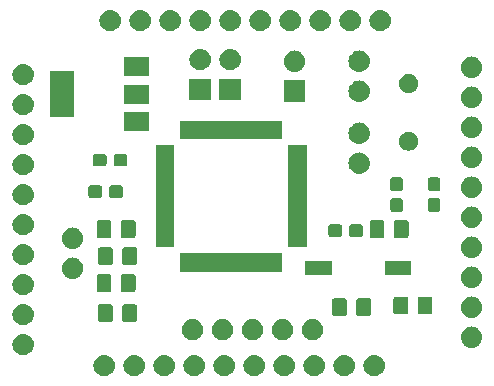
<source format=gts>
G04 #@! TF.GenerationSoftware,KiCad,Pcbnew,(5.0.2)-1*
G04 #@! TF.CreationDate,2019-07-14T21:05:42+02:00*
G04 #@! TF.ProjectId,Rosatron,526f7361-7472-46f6-9e2e-6b696361645f,rev?*
G04 #@! TF.SameCoordinates,PX4c8bb40PY4eb9cf0*
G04 #@! TF.FileFunction,Soldermask,Top*
G04 #@! TF.FilePolarity,Negative*
%FSLAX46Y46*%
G04 Gerber Fmt 4.6, Leading zero omitted, Abs format (unit mm)*
G04 Created by KiCad (PCBNEW (5.0.2)-1) date 14/07/2019 21:05:42*
%MOMM*%
%LPD*%
G01*
G04 APERTURE LIST*
%ADD10C,0.100000*%
G04 APERTURE END LIST*
D10*
G36*
X14080442Y2926482D02*
X14146627Y2919963D01*
X14259853Y2885616D01*
X14316467Y2868443D01*
X14455087Y2794348D01*
X14472991Y2784778D01*
X14508729Y2755448D01*
X14610186Y2672186D01*
X14693448Y2570729D01*
X14722778Y2534991D01*
X14722779Y2534989D01*
X14806443Y2378467D01*
X14806443Y2378466D01*
X14857963Y2208627D01*
X14875359Y2032000D01*
X14857963Y1855373D01*
X14823616Y1742147D01*
X14806443Y1685533D01*
X14732348Y1546913D01*
X14722778Y1529009D01*
X14693448Y1493271D01*
X14610186Y1391814D01*
X14508729Y1308552D01*
X14472991Y1279222D01*
X14472989Y1279221D01*
X14316467Y1195557D01*
X14259853Y1178384D01*
X14146627Y1144037D01*
X14080442Y1137518D01*
X14014260Y1131000D01*
X13925740Y1131000D01*
X13859558Y1137518D01*
X13793373Y1144037D01*
X13680147Y1178384D01*
X13623533Y1195557D01*
X13467011Y1279221D01*
X13467009Y1279222D01*
X13431271Y1308552D01*
X13329814Y1391814D01*
X13246552Y1493271D01*
X13217222Y1529009D01*
X13207652Y1546913D01*
X13133557Y1685533D01*
X13116384Y1742147D01*
X13082037Y1855373D01*
X13064641Y2032000D01*
X13082037Y2208627D01*
X13133557Y2378466D01*
X13133557Y2378467D01*
X13217221Y2534989D01*
X13217222Y2534991D01*
X13246552Y2570729D01*
X13329814Y2672186D01*
X13431271Y2755448D01*
X13467009Y2784778D01*
X13484913Y2794348D01*
X13623533Y2868443D01*
X13680147Y2885616D01*
X13793373Y2919963D01*
X13859558Y2926482D01*
X13925740Y2933000D01*
X14014260Y2933000D01*
X14080442Y2926482D01*
X14080442Y2926482D01*
G37*
G36*
X29320442Y2926482D02*
X29386627Y2919963D01*
X29499853Y2885616D01*
X29556467Y2868443D01*
X29695087Y2794348D01*
X29712991Y2784778D01*
X29748729Y2755448D01*
X29850186Y2672186D01*
X29933448Y2570729D01*
X29962778Y2534991D01*
X29962779Y2534989D01*
X30046443Y2378467D01*
X30046443Y2378466D01*
X30097963Y2208627D01*
X30115359Y2032000D01*
X30097963Y1855373D01*
X30063616Y1742147D01*
X30046443Y1685533D01*
X29972348Y1546913D01*
X29962778Y1529009D01*
X29933448Y1493271D01*
X29850186Y1391814D01*
X29748729Y1308552D01*
X29712991Y1279222D01*
X29712989Y1279221D01*
X29556467Y1195557D01*
X29499853Y1178384D01*
X29386627Y1144037D01*
X29320442Y1137518D01*
X29254260Y1131000D01*
X29165740Y1131000D01*
X29099558Y1137518D01*
X29033373Y1144037D01*
X28920147Y1178384D01*
X28863533Y1195557D01*
X28707011Y1279221D01*
X28707009Y1279222D01*
X28671271Y1308552D01*
X28569814Y1391814D01*
X28486552Y1493271D01*
X28457222Y1529009D01*
X28447652Y1546913D01*
X28373557Y1685533D01*
X28356384Y1742147D01*
X28322037Y1855373D01*
X28304641Y2032000D01*
X28322037Y2208627D01*
X28373557Y2378466D01*
X28373557Y2378467D01*
X28457221Y2534989D01*
X28457222Y2534991D01*
X28486552Y2570729D01*
X28569814Y2672186D01*
X28671271Y2755448D01*
X28707009Y2784778D01*
X28724913Y2794348D01*
X28863533Y2868443D01*
X28920147Y2885616D01*
X29033373Y2919963D01*
X29099558Y2926482D01*
X29165740Y2933000D01*
X29254260Y2933000D01*
X29320442Y2926482D01*
X29320442Y2926482D01*
G37*
G36*
X16620442Y2926482D02*
X16686627Y2919963D01*
X16799853Y2885616D01*
X16856467Y2868443D01*
X16995087Y2794348D01*
X17012991Y2784778D01*
X17048729Y2755448D01*
X17150186Y2672186D01*
X17233448Y2570729D01*
X17262778Y2534991D01*
X17262779Y2534989D01*
X17346443Y2378467D01*
X17346443Y2378466D01*
X17397963Y2208627D01*
X17415359Y2032000D01*
X17397963Y1855373D01*
X17363616Y1742147D01*
X17346443Y1685533D01*
X17272348Y1546913D01*
X17262778Y1529009D01*
X17233448Y1493271D01*
X17150186Y1391814D01*
X17048729Y1308552D01*
X17012991Y1279222D01*
X17012989Y1279221D01*
X16856467Y1195557D01*
X16799853Y1178384D01*
X16686627Y1144037D01*
X16620442Y1137518D01*
X16554260Y1131000D01*
X16465740Y1131000D01*
X16399558Y1137518D01*
X16333373Y1144037D01*
X16220147Y1178384D01*
X16163533Y1195557D01*
X16007011Y1279221D01*
X16007009Y1279222D01*
X15971271Y1308552D01*
X15869814Y1391814D01*
X15786552Y1493271D01*
X15757222Y1529009D01*
X15747652Y1546913D01*
X15673557Y1685533D01*
X15656384Y1742147D01*
X15622037Y1855373D01*
X15604641Y2032000D01*
X15622037Y2208627D01*
X15673557Y2378466D01*
X15673557Y2378467D01*
X15757221Y2534989D01*
X15757222Y2534991D01*
X15786552Y2570729D01*
X15869814Y2672186D01*
X15971271Y2755448D01*
X16007009Y2784778D01*
X16024913Y2794348D01*
X16163533Y2868443D01*
X16220147Y2885616D01*
X16333373Y2919963D01*
X16399558Y2926482D01*
X16465740Y2933000D01*
X16554260Y2933000D01*
X16620442Y2926482D01*
X16620442Y2926482D01*
G37*
G36*
X19160442Y2926482D02*
X19226627Y2919963D01*
X19339853Y2885616D01*
X19396467Y2868443D01*
X19535087Y2794348D01*
X19552991Y2784778D01*
X19588729Y2755448D01*
X19690186Y2672186D01*
X19773448Y2570729D01*
X19802778Y2534991D01*
X19802779Y2534989D01*
X19886443Y2378467D01*
X19886443Y2378466D01*
X19937963Y2208627D01*
X19955359Y2032000D01*
X19937963Y1855373D01*
X19903616Y1742147D01*
X19886443Y1685533D01*
X19812348Y1546913D01*
X19802778Y1529009D01*
X19773448Y1493271D01*
X19690186Y1391814D01*
X19588729Y1308552D01*
X19552991Y1279222D01*
X19552989Y1279221D01*
X19396467Y1195557D01*
X19339853Y1178384D01*
X19226627Y1144037D01*
X19160442Y1137518D01*
X19094260Y1131000D01*
X19005740Y1131000D01*
X18939558Y1137518D01*
X18873373Y1144037D01*
X18760147Y1178384D01*
X18703533Y1195557D01*
X18547011Y1279221D01*
X18547009Y1279222D01*
X18511271Y1308552D01*
X18409814Y1391814D01*
X18326552Y1493271D01*
X18297222Y1529009D01*
X18287652Y1546913D01*
X18213557Y1685533D01*
X18196384Y1742147D01*
X18162037Y1855373D01*
X18144641Y2032000D01*
X18162037Y2208627D01*
X18213557Y2378466D01*
X18213557Y2378467D01*
X18297221Y2534989D01*
X18297222Y2534991D01*
X18326552Y2570729D01*
X18409814Y2672186D01*
X18511271Y2755448D01*
X18547009Y2784778D01*
X18564913Y2794348D01*
X18703533Y2868443D01*
X18760147Y2885616D01*
X18873373Y2919963D01*
X18939558Y2926482D01*
X19005740Y2933000D01*
X19094260Y2933000D01*
X19160442Y2926482D01*
X19160442Y2926482D01*
G37*
G36*
X21700442Y2926482D02*
X21766627Y2919963D01*
X21879853Y2885616D01*
X21936467Y2868443D01*
X22075087Y2794348D01*
X22092991Y2784778D01*
X22128729Y2755448D01*
X22230186Y2672186D01*
X22313448Y2570729D01*
X22342778Y2534991D01*
X22342779Y2534989D01*
X22426443Y2378467D01*
X22426443Y2378466D01*
X22477963Y2208627D01*
X22495359Y2032000D01*
X22477963Y1855373D01*
X22443616Y1742147D01*
X22426443Y1685533D01*
X22352348Y1546913D01*
X22342778Y1529009D01*
X22313448Y1493271D01*
X22230186Y1391814D01*
X22128729Y1308552D01*
X22092991Y1279222D01*
X22092989Y1279221D01*
X21936467Y1195557D01*
X21879853Y1178384D01*
X21766627Y1144037D01*
X21700442Y1137518D01*
X21634260Y1131000D01*
X21545740Y1131000D01*
X21479558Y1137518D01*
X21413373Y1144037D01*
X21300147Y1178384D01*
X21243533Y1195557D01*
X21087011Y1279221D01*
X21087009Y1279222D01*
X21051271Y1308552D01*
X20949814Y1391814D01*
X20866552Y1493271D01*
X20837222Y1529009D01*
X20827652Y1546913D01*
X20753557Y1685533D01*
X20736384Y1742147D01*
X20702037Y1855373D01*
X20684641Y2032000D01*
X20702037Y2208627D01*
X20753557Y2378466D01*
X20753557Y2378467D01*
X20837221Y2534989D01*
X20837222Y2534991D01*
X20866552Y2570729D01*
X20949814Y2672186D01*
X21051271Y2755448D01*
X21087009Y2784778D01*
X21104913Y2794348D01*
X21243533Y2868443D01*
X21300147Y2885616D01*
X21413373Y2919963D01*
X21479558Y2926482D01*
X21545740Y2933000D01*
X21634260Y2933000D01*
X21700442Y2926482D01*
X21700442Y2926482D01*
G37*
G36*
X24240442Y2926482D02*
X24306627Y2919963D01*
X24419853Y2885616D01*
X24476467Y2868443D01*
X24615087Y2794348D01*
X24632991Y2784778D01*
X24668729Y2755448D01*
X24770186Y2672186D01*
X24853448Y2570729D01*
X24882778Y2534991D01*
X24882779Y2534989D01*
X24966443Y2378467D01*
X24966443Y2378466D01*
X25017963Y2208627D01*
X25035359Y2032000D01*
X25017963Y1855373D01*
X24983616Y1742147D01*
X24966443Y1685533D01*
X24892348Y1546913D01*
X24882778Y1529009D01*
X24853448Y1493271D01*
X24770186Y1391814D01*
X24668729Y1308552D01*
X24632991Y1279222D01*
X24632989Y1279221D01*
X24476467Y1195557D01*
X24419853Y1178384D01*
X24306627Y1144037D01*
X24240442Y1137518D01*
X24174260Y1131000D01*
X24085740Y1131000D01*
X24019558Y1137518D01*
X23953373Y1144037D01*
X23840147Y1178384D01*
X23783533Y1195557D01*
X23627011Y1279221D01*
X23627009Y1279222D01*
X23591271Y1308552D01*
X23489814Y1391814D01*
X23406552Y1493271D01*
X23377222Y1529009D01*
X23367652Y1546913D01*
X23293557Y1685533D01*
X23276384Y1742147D01*
X23242037Y1855373D01*
X23224641Y2032000D01*
X23242037Y2208627D01*
X23293557Y2378466D01*
X23293557Y2378467D01*
X23377221Y2534989D01*
X23377222Y2534991D01*
X23406552Y2570729D01*
X23489814Y2672186D01*
X23591271Y2755448D01*
X23627009Y2784778D01*
X23644913Y2794348D01*
X23783533Y2868443D01*
X23840147Y2885616D01*
X23953373Y2919963D01*
X24019558Y2926482D01*
X24085740Y2933000D01*
X24174260Y2933000D01*
X24240442Y2926482D01*
X24240442Y2926482D01*
G37*
G36*
X31860442Y2926482D02*
X31926627Y2919963D01*
X32039853Y2885616D01*
X32096467Y2868443D01*
X32235087Y2794348D01*
X32252991Y2784778D01*
X32288729Y2755448D01*
X32390186Y2672186D01*
X32473448Y2570729D01*
X32502778Y2534991D01*
X32502779Y2534989D01*
X32586443Y2378467D01*
X32586443Y2378466D01*
X32637963Y2208627D01*
X32655359Y2032000D01*
X32637963Y1855373D01*
X32603616Y1742147D01*
X32586443Y1685533D01*
X32512348Y1546913D01*
X32502778Y1529009D01*
X32473448Y1493271D01*
X32390186Y1391814D01*
X32288729Y1308552D01*
X32252991Y1279222D01*
X32252989Y1279221D01*
X32096467Y1195557D01*
X32039853Y1178384D01*
X31926627Y1144037D01*
X31860442Y1137518D01*
X31794260Y1131000D01*
X31705740Y1131000D01*
X31639558Y1137518D01*
X31573373Y1144037D01*
X31460147Y1178384D01*
X31403533Y1195557D01*
X31247011Y1279221D01*
X31247009Y1279222D01*
X31211271Y1308552D01*
X31109814Y1391814D01*
X31026552Y1493271D01*
X30997222Y1529009D01*
X30987652Y1546913D01*
X30913557Y1685533D01*
X30896384Y1742147D01*
X30862037Y1855373D01*
X30844641Y2032000D01*
X30862037Y2208627D01*
X30913557Y2378466D01*
X30913557Y2378467D01*
X30997221Y2534989D01*
X30997222Y2534991D01*
X31026552Y2570729D01*
X31109814Y2672186D01*
X31211271Y2755448D01*
X31247009Y2784778D01*
X31264913Y2794348D01*
X31403533Y2868443D01*
X31460147Y2885616D01*
X31573373Y2919963D01*
X31639558Y2926482D01*
X31705740Y2933000D01*
X31794260Y2933000D01*
X31860442Y2926482D01*
X31860442Y2926482D01*
G37*
G36*
X26780442Y2926482D02*
X26846627Y2919963D01*
X26959853Y2885616D01*
X27016467Y2868443D01*
X27155087Y2794348D01*
X27172991Y2784778D01*
X27208729Y2755448D01*
X27310186Y2672186D01*
X27393448Y2570729D01*
X27422778Y2534991D01*
X27422779Y2534989D01*
X27506443Y2378467D01*
X27506443Y2378466D01*
X27557963Y2208627D01*
X27575359Y2032000D01*
X27557963Y1855373D01*
X27523616Y1742147D01*
X27506443Y1685533D01*
X27432348Y1546913D01*
X27422778Y1529009D01*
X27393448Y1493271D01*
X27310186Y1391814D01*
X27208729Y1308552D01*
X27172991Y1279222D01*
X27172989Y1279221D01*
X27016467Y1195557D01*
X26959853Y1178384D01*
X26846627Y1144037D01*
X26780442Y1137518D01*
X26714260Y1131000D01*
X26625740Y1131000D01*
X26559558Y1137518D01*
X26493373Y1144037D01*
X26380147Y1178384D01*
X26323533Y1195557D01*
X26167011Y1279221D01*
X26167009Y1279222D01*
X26131271Y1308552D01*
X26029814Y1391814D01*
X25946552Y1493271D01*
X25917222Y1529009D01*
X25907652Y1546913D01*
X25833557Y1685533D01*
X25816384Y1742147D01*
X25782037Y1855373D01*
X25764641Y2032000D01*
X25782037Y2208627D01*
X25833557Y2378466D01*
X25833557Y2378467D01*
X25917221Y2534989D01*
X25917222Y2534991D01*
X25946552Y2570729D01*
X26029814Y2672186D01*
X26131271Y2755448D01*
X26167009Y2784778D01*
X26184913Y2794348D01*
X26323533Y2868443D01*
X26380147Y2885616D01*
X26493373Y2919963D01*
X26559558Y2926482D01*
X26625740Y2933000D01*
X26714260Y2933000D01*
X26780442Y2926482D01*
X26780442Y2926482D01*
G37*
G36*
X11540442Y2926482D02*
X11606627Y2919963D01*
X11719853Y2885616D01*
X11776467Y2868443D01*
X11915087Y2794348D01*
X11932991Y2784778D01*
X11968729Y2755448D01*
X12070186Y2672186D01*
X12153448Y2570729D01*
X12182778Y2534991D01*
X12182779Y2534989D01*
X12266443Y2378467D01*
X12266443Y2378466D01*
X12317963Y2208627D01*
X12335359Y2032000D01*
X12317963Y1855373D01*
X12283616Y1742147D01*
X12266443Y1685533D01*
X12192348Y1546913D01*
X12182778Y1529009D01*
X12153448Y1493271D01*
X12070186Y1391814D01*
X11968729Y1308552D01*
X11932991Y1279222D01*
X11932989Y1279221D01*
X11776467Y1195557D01*
X11719853Y1178384D01*
X11606627Y1144037D01*
X11540442Y1137518D01*
X11474260Y1131000D01*
X11385740Y1131000D01*
X11319558Y1137518D01*
X11253373Y1144037D01*
X11140147Y1178384D01*
X11083533Y1195557D01*
X10927011Y1279221D01*
X10927009Y1279222D01*
X10891271Y1308552D01*
X10789814Y1391814D01*
X10706552Y1493271D01*
X10677222Y1529009D01*
X10667652Y1546913D01*
X10593557Y1685533D01*
X10576384Y1742147D01*
X10542037Y1855373D01*
X10524641Y2032000D01*
X10542037Y2208627D01*
X10593557Y2378466D01*
X10593557Y2378467D01*
X10677221Y2534989D01*
X10677222Y2534991D01*
X10706552Y2570729D01*
X10789814Y2672186D01*
X10891271Y2755448D01*
X10927009Y2784778D01*
X10944913Y2794348D01*
X11083533Y2868443D01*
X11140147Y2885616D01*
X11253373Y2919963D01*
X11319558Y2926482D01*
X11385740Y2933000D01*
X11474260Y2933000D01*
X11540442Y2926482D01*
X11540442Y2926482D01*
G37*
G36*
X9000442Y2926482D02*
X9066627Y2919963D01*
X9179853Y2885616D01*
X9236467Y2868443D01*
X9375087Y2794348D01*
X9392991Y2784778D01*
X9428729Y2755448D01*
X9530186Y2672186D01*
X9613448Y2570729D01*
X9642778Y2534991D01*
X9642779Y2534989D01*
X9726443Y2378467D01*
X9726443Y2378466D01*
X9777963Y2208627D01*
X9795359Y2032000D01*
X9777963Y1855373D01*
X9743616Y1742147D01*
X9726443Y1685533D01*
X9652348Y1546913D01*
X9642778Y1529009D01*
X9613448Y1493271D01*
X9530186Y1391814D01*
X9428729Y1308552D01*
X9392991Y1279222D01*
X9392989Y1279221D01*
X9236467Y1195557D01*
X9179853Y1178384D01*
X9066627Y1144037D01*
X9000442Y1137518D01*
X8934260Y1131000D01*
X8845740Y1131000D01*
X8779558Y1137518D01*
X8713373Y1144037D01*
X8600147Y1178384D01*
X8543533Y1195557D01*
X8387011Y1279221D01*
X8387009Y1279222D01*
X8351271Y1308552D01*
X8249814Y1391814D01*
X8166552Y1493271D01*
X8137222Y1529009D01*
X8127652Y1546913D01*
X8053557Y1685533D01*
X8036384Y1742147D01*
X8002037Y1855373D01*
X7984641Y2032000D01*
X8002037Y2208627D01*
X8053557Y2378466D01*
X8053557Y2378467D01*
X8137221Y2534989D01*
X8137222Y2534991D01*
X8166552Y2570729D01*
X8249814Y2672186D01*
X8351271Y2755448D01*
X8387009Y2784778D01*
X8404913Y2794348D01*
X8543533Y2868443D01*
X8600147Y2885616D01*
X8713373Y2919963D01*
X8779558Y2926482D01*
X8845740Y2933000D01*
X8934260Y2933000D01*
X9000442Y2926482D01*
X9000442Y2926482D01*
G37*
G36*
X2142443Y4704481D02*
X2208627Y4697963D01*
X2321853Y4663616D01*
X2378467Y4646443D01*
X2508363Y4577011D01*
X2534991Y4562778D01*
X2570729Y4533448D01*
X2672186Y4450186D01*
X2755448Y4348729D01*
X2784778Y4312991D01*
X2784779Y4312989D01*
X2868443Y4156467D01*
X2868443Y4156466D01*
X2919963Y3986627D01*
X2937359Y3810000D01*
X2919963Y3633373D01*
X2912435Y3608557D01*
X2868443Y3463533D01*
X2794348Y3324913D01*
X2784778Y3307009D01*
X2755448Y3271271D01*
X2672186Y3169814D01*
X2570729Y3086552D01*
X2534991Y3057222D01*
X2534989Y3057221D01*
X2378467Y2973557D01*
X2321853Y2956384D01*
X2208627Y2922037D01*
X2142442Y2915518D01*
X2076260Y2909000D01*
X1987740Y2909000D01*
X1921558Y2915518D01*
X1855373Y2922037D01*
X1742147Y2956384D01*
X1685533Y2973557D01*
X1529011Y3057221D01*
X1529009Y3057222D01*
X1493271Y3086552D01*
X1391814Y3169814D01*
X1308552Y3271271D01*
X1279222Y3307009D01*
X1269652Y3324913D01*
X1195557Y3463533D01*
X1151565Y3608557D01*
X1144037Y3633373D01*
X1126641Y3810000D01*
X1144037Y3986627D01*
X1195557Y4156466D01*
X1195557Y4156467D01*
X1279221Y4312989D01*
X1279222Y4312991D01*
X1308552Y4348729D01*
X1391814Y4450186D01*
X1493271Y4533448D01*
X1529009Y4562778D01*
X1555637Y4577011D01*
X1685533Y4646443D01*
X1742147Y4663616D01*
X1855373Y4697963D01*
X1921557Y4704481D01*
X1987740Y4711000D01*
X2076260Y4711000D01*
X2142443Y4704481D01*
X2142443Y4704481D01*
G37*
G36*
X40115443Y5339481D02*
X40181627Y5332963D01*
X40294853Y5298616D01*
X40351467Y5281443D01*
X40490087Y5207348D01*
X40507991Y5197778D01*
X40543729Y5168448D01*
X40645186Y5085186D01*
X40728448Y4983729D01*
X40757778Y4947991D01*
X40757779Y4947989D01*
X40841443Y4791467D01*
X40841443Y4791466D01*
X40892963Y4621627D01*
X40910359Y4445000D01*
X40892963Y4268373D01*
X40885435Y4243557D01*
X40841443Y4098533D01*
X40781627Y3986627D01*
X40757778Y3942009D01*
X40728448Y3906271D01*
X40645186Y3804814D01*
X40543729Y3721552D01*
X40507991Y3692222D01*
X40507989Y3692221D01*
X40351467Y3608557D01*
X40294853Y3591384D01*
X40181627Y3557037D01*
X40115443Y3550519D01*
X40049260Y3544000D01*
X39960740Y3544000D01*
X39894557Y3550519D01*
X39828373Y3557037D01*
X39715147Y3591384D01*
X39658533Y3608557D01*
X39502011Y3692221D01*
X39502009Y3692222D01*
X39466271Y3721552D01*
X39364814Y3804814D01*
X39281552Y3906271D01*
X39252222Y3942009D01*
X39228373Y3986627D01*
X39168557Y4098533D01*
X39124565Y4243557D01*
X39117037Y4268373D01*
X39099641Y4445000D01*
X39117037Y4621627D01*
X39168557Y4791466D01*
X39168557Y4791467D01*
X39252221Y4947989D01*
X39252222Y4947991D01*
X39281552Y4983729D01*
X39364814Y5085186D01*
X39466271Y5168448D01*
X39502009Y5197778D01*
X39519913Y5207348D01*
X39658533Y5281443D01*
X39715147Y5298616D01*
X39828373Y5332963D01*
X39894557Y5339481D01*
X39960740Y5346000D01*
X40049260Y5346000D01*
X40115443Y5339481D01*
X40115443Y5339481D01*
G37*
G36*
X24113443Y5974481D02*
X24179627Y5967963D01*
X24292706Y5933661D01*
X24349467Y5916443D01*
X24472581Y5850636D01*
X24505991Y5832778D01*
X24526560Y5815897D01*
X24643186Y5720186D01*
X24726448Y5618729D01*
X24755778Y5582991D01*
X24755779Y5582989D01*
X24839443Y5426467D01*
X24839443Y5426466D01*
X24890963Y5256627D01*
X24908359Y5080000D01*
X24890963Y4903373D01*
X24857017Y4791467D01*
X24839443Y4733533D01*
X24820430Y4697963D01*
X24755778Y4577009D01*
X24726448Y4541271D01*
X24643186Y4439814D01*
X24541729Y4356552D01*
X24505991Y4327222D01*
X24505989Y4327221D01*
X24349467Y4243557D01*
X24292853Y4226384D01*
X24179627Y4192037D01*
X24113443Y4185519D01*
X24047260Y4179000D01*
X23958740Y4179000D01*
X23892557Y4185519D01*
X23826373Y4192037D01*
X23713147Y4226384D01*
X23656533Y4243557D01*
X23500011Y4327221D01*
X23500009Y4327222D01*
X23464271Y4356552D01*
X23362814Y4439814D01*
X23279552Y4541271D01*
X23250222Y4577009D01*
X23185570Y4697963D01*
X23166557Y4733533D01*
X23148983Y4791467D01*
X23115037Y4903373D01*
X23097641Y5080000D01*
X23115037Y5256627D01*
X23166557Y5426466D01*
X23166557Y5426467D01*
X23250221Y5582989D01*
X23250222Y5582991D01*
X23279552Y5618729D01*
X23362814Y5720186D01*
X23479440Y5815897D01*
X23500009Y5832778D01*
X23533419Y5850636D01*
X23656533Y5916443D01*
X23713294Y5933661D01*
X23826373Y5967963D01*
X23892557Y5974481D01*
X23958740Y5981000D01*
X24047260Y5981000D01*
X24113443Y5974481D01*
X24113443Y5974481D01*
G37*
G36*
X21573443Y5974481D02*
X21639627Y5967963D01*
X21752706Y5933661D01*
X21809467Y5916443D01*
X21932581Y5850636D01*
X21965991Y5832778D01*
X21986560Y5815897D01*
X22103186Y5720186D01*
X22186448Y5618729D01*
X22215778Y5582991D01*
X22215779Y5582989D01*
X22299443Y5426467D01*
X22299443Y5426466D01*
X22350963Y5256627D01*
X22368359Y5080000D01*
X22350963Y4903373D01*
X22317017Y4791467D01*
X22299443Y4733533D01*
X22280430Y4697963D01*
X22215778Y4577009D01*
X22186448Y4541271D01*
X22103186Y4439814D01*
X22001729Y4356552D01*
X21965991Y4327222D01*
X21965989Y4327221D01*
X21809467Y4243557D01*
X21752853Y4226384D01*
X21639627Y4192037D01*
X21573443Y4185519D01*
X21507260Y4179000D01*
X21418740Y4179000D01*
X21352557Y4185519D01*
X21286373Y4192037D01*
X21173147Y4226384D01*
X21116533Y4243557D01*
X20960011Y4327221D01*
X20960009Y4327222D01*
X20924271Y4356552D01*
X20822814Y4439814D01*
X20739552Y4541271D01*
X20710222Y4577009D01*
X20645570Y4697963D01*
X20626557Y4733533D01*
X20608983Y4791467D01*
X20575037Y4903373D01*
X20557641Y5080000D01*
X20575037Y5256627D01*
X20626557Y5426466D01*
X20626557Y5426467D01*
X20710221Y5582989D01*
X20710222Y5582991D01*
X20739552Y5618729D01*
X20822814Y5720186D01*
X20939440Y5815897D01*
X20960009Y5832778D01*
X20993419Y5850636D01*
X21116533Y5916443D01*
X21173294Y5933661D01*
X21286373Y5967963D01*
X21352557Y5974481D01*
X21418740Y5981000D01*
X21507260Y5981000D01*
X21573443Y5974481D01*
X21573443Y5974481D01*
G37*
G36*
X26653443Y5974481D02*
X26719627Y5967963D01*
X26832706Y5933661D01*
X26889467Y5916443D01*
X27012581Y5850636D01*
X27045991Y5832778D01*
X27066560Y5815897D01*
X27183186Y5720186D01*
X27266448Y5618729D01*
X27295778Y5582991D01*
X27295779Y5582989D01*
X27379443Y5426467D01*
X27379443Y5426466D01*
X27430963Y5256627D01*
X27448359Y5080000D01*
X27430963Y4903373D01*
X27397017Y4791467D01*
X27379443Y4733533D01*
X27360430Y4697963D01*
X27295778Y4577009D01*
X27266448Y4541271D01*
X27183186Y4439814D01*
X27081729Y4356552D01*
X27045991Y4327222D01*
X27045989Y4327221D01*
X26889467Y4243557D01*
X26832853Y4226384D01*
X26719627Y4192037D01*
X26653443Y4185519D01*
X26587260Y4179000D01*
X26498740Y4179000D01*
X26432557Y4185519D01*
X26366373Y4192037D01*
X26253147Y4226384D01*
X26196533Y4243557D01*
X26040011Y4327221D01*
X26040009Y4327222D01*
X26004271Y4356552D01*
X25902814Y4439814D01*
X25819552Y4541271D01*
X25790222Y4577009D01*
X25725570Y4697963D01*
X25706557Y4733533D01*
X25688983Y4791467D01*
X25655037Y4903373D01*
X25637641Y5080000D01*
X25655037Y5256627D01*
X25706557Y5426466D01*
X25706557Y5426467D01*
X25790221Y5582989D01*
X25790222Y5582991D01*
X25819552Y5618729D01*
X25902814Y5720186D01*
X26019440Y5815897D01*
X26040009Y5832778D01*
X26073419Y5850636D01*
X26196533Y5916443D01*
X26253294Y5933661D01*
X26366373Y5967963D01*
X26432557Y5974481D01*
X26498740Y5981000D01*
X26587260Y5981000D01*
X26653443Y5974481D01*
X26653443Y5974481D01*
G37*
G36*
X19033443Y5974481D02*
X19099627Y5967963D01*
X19212706Y5933661D01*
X19269467Y5916443D01*
X19392581Y5850636D01*
X19425991Y5832778D01*
X19446560Y5815897D01*
X19563186Y5720186D01*
X19646448Y5618729D01*
X19675778Y5582991D01*
X19675779Y5582989D01*
X19759443Y5426467D01*
X19759443Y5426466D01*
X19810963Y5256627D01*
X19828359Y5080000D01*
X19810963Y4903373D01*
X19777017Y4791467D01*
X19759443Y4733533D01*
X19740430Y4697963D01*
X19675778Y4577009D01*
X19646448Y4541271D01*
X19563186Y4439814D01*
X19461729Y4356552D01*
X19425991Y4327222D01*
X19425989Y4327221D01*
X19269467Y4243557D01*
X19212853Y4226384D01*
X19099627Y4192037D01*
X19033443Y4185519D01*
X18967260Y4179000D01*
X18878740Y4179000D01*
X18812557Y4185519D01*
X18746373Y4192037D01*
X18633147Y4226384D01*
X18576533Y4243557D01*
X18420011Y4327221D01*
X18420009Y4327222D01*
X18384271Y4356552D01*
X18282814Y4439814D01*
X18199552Y4541271D01*
X18170222Y4577009D01*
X18105570Y4697963D01*
X18086557Y4733533D01*
X18068983Y4791467D01*
X18035037Y4903373D01*
X18017641Y5080000D01*
X18035037Y5256627D01*
X18086557Y5426466D01*
X18086557Y5426467D01*
X18170221Y5582989D01*
X18170222Y5582991D01*
X18199552Y5618729D01*
X18282814Y5720186D01*
X18399440Y5815897D01*
X18420009Y5832778D01*
X18453419Y5850636D01*
X18576533Y5916443D01*
X18633294Y5933661D01*
X18746373Y5967963D01*
X18812557Y5974481D01*
X18878740Y5981000D01*
X18967260Y5981000D01*
X19033443Y5974481D01*
X19033443Y5974481D01*
G37*
G36*
X16493443Y5974481D02*
X16559627Y5967963D01*
X16672706Y5933661D01*
X16729467Y5916443D01*
X16852581Y5850636D01*
X16885991Y5832778D01*
X16906560Y5815897D01*
X17023186Y5720186D01*
X17106448Y5618729D01*
X17135778Y5582991D01*
X17135779Y5582989D01*
X17219443Y5426467D01*
X17219443Y5426466D01*
X17270963Y5256627D01*
X17288359Y5080000D01*
X17270963Y4903373D01*
X17237017Y4791467D01*
X17219443Y4733533D01*
X17200430Y4697963D01*
X17135778Y4577009D01*
X17106448Y4541271D01*
X17023186Y4439814D01*
X16921729Y4356552D01*
X16885991Y4327222D01*
X16885989Y4327221D01*
X16729467Y4243557D01*
X16672853Y4226384D01*
X16559627Y4192037D01*
X16493443Y4185519D01*
X16427260Y4179000D01*
X16338740Y4179000D01*
X16272557Y4185519D01*
X16206373Y4192037D01*
X16093147Y4226384D01*
X16036533Y4243557D01*
X15880011Y4327221D01*
X15880009Y4327222D01*
X15844271Y4356552D01*
X15742814Y4439814D01*
X15659552Y4541271D01*
X15630222Y4577009D01*
X15565570Y4697963D01*
X15546557Y4733533D01*
X15528983Y4791467D01*
X15495037Y4903373D01*
X15477641Y5080000D01*
X15495037Y5256627D01*
X15546557Y5426466D01*
X15546557Y5426467D01*
X15630221Y5582989D01*
X15630222Y5582991D01*
X15659552Y5618729D01*
X15742814Y5720186D01*
X15859440Y5815897D01*
X15880009Y5832778D01*
X15913419Y5850636D01*
X16036533Y5916443D01*
X16093294Y5933661D01*
X16206373Y5967963D01*
X16272557Y5974481D01*
X16338740Y5981000D01*
X16427260Y5981000D01*
X16493443Y5974481D01*
X16493443Y5974481D01*
G37*
G36*
X2142442Y7244482D02*
X2208627Y7237963D01*
X2293879Y7212102D01*
X2378467Y7186443D01*
X2449860Y7148282D01*
X2534991Y7102778D01*
X2570729Y7073448D01*
X2672186Y6990186D01*
X2755448Y6888729D01*
X2784778Y6852991D01*
X2784779Y6852989D01*
X2868443Y6696467D01*
X2868443Y6696466D01*
X2919963Y6526627D01*
X2937359Y6350000D01*
X2919963Y6173373D01*
X2912435Y6148557D01*
X2868443Y6003533D01*
X2806861Y5888323D01*
X2784778Y5847009D01*
X2759245Y5815897D01*
X2672186Y5709814D01*
X2570729Y5626552D01*
X2534991Y5597222D01*
X2534989Y5597221D01*
X2378467Y5513557D01*
X2321853Y5496384D01*
X2208627Y5462037D01*
X2142442Y5455518D01*
X2076260Y5449000D01*
X1987740Y5449000D01*
X1921558Y5455518D01*
X1855373Y5462037D01*
X1742147Y5496384D01*
X1685533Y5513557D01*
X1529011Y5597221D01*
X1529009Y5597222D01*
X1493271Y5626552D01*
X1391814Y5709814D01*
X1304755Y5815897D01*
X1279222Y5847009D01*
X1257139Y5888323D01*
X1195557Y6003533D01*
X1151565Y6148557D01*
X1144037Y6173373D01*
X1126641Y6350000D01*
X1144037Y6526627D01*
X1195557Y6696466D01*
X1195557Y6696467D01*
X1279221Y6852989D01*
X1279222Y6852991D01*
X1308552Y6888729D01*
X1391814Y6990186D01*
X1493271Y7073448D01*
X1529009Y7102778D01*
X1614140Y7148282D01*
X1685533Y7186443D01*
X1770121Y7212102D01*
X1855373Y7237963D01*
X1921558Y7244482D01*
X1987740Y7251000D01*
X2076260Y7251000D01*
X2142442Y7244482D01*
X2142442Y7244482D01*
G37*
G36*
X11512677Y7223535D02*
X11550364Y7212102D01*
X11585103Y7193534D01*
X11615548Y7168548D01*
X11640534Y7138103D01*
X11659102Y7103364D01*
X11670535Y7065677D01*
X11675000Y7020339D01*
X11675000Y5933661D01*
X11670535Y5888323D01*
X11659102Y5850636D01*
X11640534Y5815897D01*
X11615548Y5785452D01*
X11585103Y5760466D01*
X11550364Y5741898D01*
X11512677Y5730465D01*
X11467339Y5726000D01*
X10630661Y5726000D01*
X10585323Y5730465D01*
X10547636Y5741898D01*
X10512897Y5760466D01*
X10482452Y5785452D01*
X10457466Y5815897D01*
X10438898Y5850636D01*
X10427465Y5888323D01*
X10423000Y5933661D01*
X10423000Y7020339D01*
X10427465Y7065677D01*
X10438898Y7103364D01*
X10457466Y7138103D01*
X10482452Y7168548D01*
X10512897Y7193534D01*
X10547636Y7212102D01*
X10585323Y7223535D01*
X10630661Y7228000D01*
X11467339Y7228000D01*
X11512677Y7223535D01*
X11512677Y7223535D01*
G37*
G36*
X9462677Y7223535D02*
X9500364Y7212102D01*
X9535103Y7193534D01*
X9565548Y7168548D01*
X9590534Y7138103D01*
X9609102Y7103364D01*
X9620535Y7065677D01*
X9625000Y7020339D01*
X9625000Y5933661D01*
X9620535Y5888323D01*
X9609102Y5850636D01*
X9590534Y5815897D01*
X9565548Y5785452D01*
X9535103Y5760466D01*
X9500364Y5741898D01*
X9462677Y5730465D01*
X9417339Y5726000D01*
X8580661Y5726000D01*
X8535323Y5730465D01*
X8497636Y5741898D01*
X8462897Y5760466D01*
X8432452Y5785452D01*
X8407466Y5815897D01*
X8388898Y5850636D01*
X8377465Y5888323D01*
X8373000Y5933661D01*
X8373000Y7020339D01*
X8377465Y7065677D01*
X8388898Y7103364D01*
X8407466Y7138103D01*
X8432452Y7168548D01*
X8462897Y7193534D01*
X8497636Y7212102D01*
X8535323Y7223535D01*
X8580661Y7228000D01*
X9417339Y7228000D01*
X9462677Y7223535D01*
X9462677Y7223535D01*
G37*
G36*
X40115442Y7879482D02*
X40181627Y7872963D01*
X40266879Y7847102D01*
X40351467Y7821443D01*
X40422860Y7783282D01*
X40507991Y7737778D01*
X40516530Y7730770D01*
X40645186Y7625186D01*
X40724665Y7528339D01*
X40757778Y7487991D01*
X40757779Y7487989D01*
X40841443Y7331467D01*
X40841443Y7331466D01*
X40892963Y7161627D01*
X40910359Y6985000D01*
X40892963Y6808373D01*
X40859017Y6696467D01*
X40841443Y6638533D01*
X40781627Y6526627D01*
X40757778Y6482009D01*
X40757739Y6481962D01*
X40645186Y6344814D01*
X40566049Y6279869D01*
X40507991Y6232222D01*
X40507989Y6232221D01*
X40351467Y6148557D01*
X40294853Y6131384D01*
X40181627Y6097037D01*
X40115443Y6090519D01*
X40049260Y6084000D01*
X39960740Y6084000D01*
X39894557Y6090519D01*
X39828373Y6097037D01*
X39715147Y6131384D01*
X39658533Y6148557D01*
X39502011Y6232221D01*
X39502009Y6232222D01*
X39443951Y6279869D01*
X39364814Y6344814D01*
X39252261Y6481962D01*
X39252222Y6482009D01*
X39228373Y6526627D01*
X39168557Y6638533D01*
X39150983Y6696467D01*
X39117037Y6808373D01*
X39099641Y6985000D01*
X39117037Y7161627D01*
X39168557Y7331466D01*
X39168557Y7331467D01*
X39252221Y7487989D01*
X39252222Y7487991D01*
X39285335Y7528339D01*
X39364814Y7625186D01*
X39493470Y7730770D01*
X39502009Y7737778D01*
X39587140Y7783282D01*
X39658533Y7821443D01*
X39743121Y7847102D01*
X39828373Y7872963D01*
X39894558Y7879482D01*
X39960740Y7886000D01*
X40049260Y7886000D01*
X40115442Y7879482D01*
X40115442Y7879482D01*
G37*
G36*
X31333677Y7731535D02*
X31371364Y7720102D01*
X31406103Y7701534D01*
X31436548Y7676548D01*
X31461534Y7646103D01*
X31480102Y7611364D01*
X31491535Y7573677D01*
X31496000Y7528339D01*
X31496000Y6441661D01*
X31491535Y6396323D01*
X31480102Y6358636D01*
X31461534Y6323897D01*
X31436548Y6293452D01*
X31406103Y6268466D01*
X31371364Y6249898D01*
X31333677Y6238465D01*
X31288339Y6234000D01*
X30451661Y6234000D01*
X30406323Y6238465D01*
X30368636Y6249898D01*
X30333897Y6268466D01*
X30303452Y6293452D01*
X30278466Y6323897D01*
X30259898Y6358636D01*
X30248465Y6396323D01*
X30244000Y6441661D01*
X30244000Y7528339D01*
X30248465Y7573677D01*
X30259898Y7611364D01*
X30278466Y7646103D01*
X30303452Y7676548D01*
X30333897Y7701534D01*
X30368636Y7720102D01*
X30406323Y7731535D01*
X30451661Y7736000D01*
X31288339Y7736000D01*
X31333677Y7731535D01*
X31333677Y7731535D01*
G37*
G36*
X29283677Y7731535D02*
X29321364Y7720102D01*
X29356103Y7701534D01*
X29386548Y7676548D01*
X29411534Y7646103D01*
X29430102Y7611364D01*
X29441535Y7573677D01*
X29446000Y7528339D01*
X29446000Y6441661D01*
X29441535Y6396323D01*
X29430102Y6358636D01*
X29411534Y6323897D01*
X29386548Y6293452D01*
X29356103Y6268466D01*
X29321364Y6249898D01*
X29283677Y6238465D01*
X29238339Y6234000D01*
X28401661Y6234000D01*
X28356323Y6238465D01*
X28318636Y6249898D01*
X28283897Y6268466D01*
X28253452Y6293452D01*
X28228466Y6323897D01*
X28209898Y6358636D01*
X28198465Y6396323D01*
X28194000Y6441661D01*
X28194000Y7528339D01*
X28198465Y7573677D01*
X28209898Y7611364D01*
X28228466Y7646103D01*
X28253452Y7676548D01*
X28283897Y7701534D01*
X28318636Y7720102D01*
X28356323Y7731535D01*
X28401661Y7736000D01*
X29238339Y7736000D01*
X29283677Y7731535D01*
X29283677Y7731535D01*
G37*
G36*
X34481677Y7858535D02*
X34519364Y7847102D01*
X34554103Y7828534D01*
X34584548Y7803548D01*
X34609534Y7773103D01*
X34628102Y7738364D01*
X34639535Y7700677D01*
X34644000Y7655339D01*
X34644000Y6568661D01*
X34639535Y6523323D01*
X34628102Y6485636D01*
X34609534Y6450897D01*
X34584548Y6420452D01*
X34554103Y6395466D01*
X34519364Y6376898D01*
X34481677Y6365465D01*
X34436339Y6361000D01*
X33599661Y6361000D01*
X33554323Y6365465D01*
X33516636Y6376898D01*
X33481897Y6395466D01*
X33451452Y6420452D01*
X33426466Y6450897D01*
X33407898Y6485636D01*
X33396465Y6523323D01*
X33392000Y6568661D01*
X33392000Y7655339D01*
X33396465Y7700677D01*
X33407898Y7738364D01*
X33426466Y7773103D01*
X33451452Y7803548D01*
X33481897Y7828534D01*
X33516636Y7847102D01*
X33554323Y7858535D01*
X33599661Y7863000D01*
X34436339Y7863000D01*
X34481677Y7858535D01*
X34481677Y7858535D01*
G37*
G36*
X36531677Y7858535D02*
X36569364Y7847102D01*
X36604103Y7828534D01*
X36634548Y7803548D01*
X36659534Y7773103D01*
X36678102Y7738364D01*
X36689535Y7700677D01*
X36694000Y7655339D01*
X36694000Y6568661D01*
X36689535Y6523323D01*
X36678102Y6485636D01*
X36659534Y6450897D01*
X36634548Y6420452D01*
X36604103Y6395466D01*
X36569364Y6376898D01*
X36531677Y6365465D01*
X36486339Y6361000D01*
X35649661Y6361000D01*
X35604323Y6365465D01*
X35566636Y6376898D01*
X35531897Y6395466D01*
X35501452Y6420452D01*
X35476466Y6450897D01*
X35457898Y6485636D01*
X35446465Y6523323D01*
X35442000Y6568661D01*
X35442000Y7655339D01*
X35446465Y7700677D01*
X35457898Y7738364D01*
X35476466Y7773103D01*
X35501452Y7803548D01*
X35531897Y7828534D01*
X35566636Y7847102D01*
X35604323Y7858535D01*
X35649661Y7863000D01*
X36486339Y7863000D01*
X36531677Y7858535D01*
X36531677Y7858535D01*
G37*
G36*
X2142442Y9784482D02*
X2208627Y9777963D01*
X2293879Y9752102D01*
X2378467Y9726443D01*
X2517087Y9652348D01*
X2534991Y9642778D01*
X2570729Y9613448D01*
X2672186Y9530186D01*
X2755448Y9428729D01*
X2784778Y9392991D01*
X2784779Y9392989D01*
X2868443Y9236467D01*
X2868443Y9236466D01*
X2919963Y9066627D01*
X2937359Y8890000D01*
X2919963Y8713373D01*
X2912435Y8688557D01*
X2868443Y8543533D01*
X2806861Y8428323D01*
X2784778Y8387009D01*
X2784739Y8386962D01*
X2672186Y8249814D01*
X2570729Y8166552D01*
X2534991Y8137222D01*
X2534989Y8137221D01*
X2378467Y8053557D01*
X2321853Y8036384D01*
X2208627Y8002037D01*
X2142442Y7995518D01*
X2076260Y7989000D01*
X1987740Y7989000D01*
X1921558Y7995518D01*
X1855373Y8002037D01*
X1742147Y8036384D01*
X1685533Y8053557D01*
X1529011Y8137221D01*
X1529009Y8137222D01*
X1493271Y8166552D01*
X1391814Y8249814D01*
X1279261Y8386962D01*
X1279222Y8387009D01*
X1257139Y8428323D01*
X1195557Y8543533D01*
X1151565Y8688557D01*
X1144037Y8713373D01*
X1126641Y8890000D01*
X1144037Y9066627D01*
X1195557Y9236466D01*
X1195557Y9236467D01*
X1279221Y9392989D01*
X1279222Y9392991D01*
X1308552Y9428729D01*
X1391814Y9530186D01*
X1493271Y9613448D01*
X1529009Y9642778D01*
X1546913Y9652348D01*
X1685533Y9726443D01*
X1770121Y9752102D01*
X1855373Y9777963D01*
X1921558Y9784482D01*
X1987740Y9791000D01*
X2076260Y9791000D01*
X2142442Y9784482D01*
X2142442Y9784482D01*
G37*
G36*
X11394677Y9763535D02*
X11432364Y9752102D01*
X11467103Y9733534D01*
X11497548Y9708548D01*
X11522534Y9678103D01*
X11541102Y9643364D01*
X11552535Y9605677D01*
X11557000Y9560339D01*
X11557000Y8473661D01*
X11552535Y8428323D01*
X11541102Y8390636D01*
X11522534Y8355897D01*
X11497548Y8325452D01*
X11467103Y8300466D01*
X11432364Y8281898D01*
X11394677Y8270465D01*
X11349339Y8266000D01*
X10512661Y8266000D01*
X10467323Y8270465D01*
X10429636Y8281898D01*
X10394897Y8300466D01*
X10364452Y8325452D01*
X10339466Y8355897D01*
X10320898Y8390636D01*
X10309465Y8428323D01*
X10305000Y8473661D01*
X10305000Y9560339D01*
X10309465Y9605677D01*
X10320898Y9643364D01*
X10339466Y9678103D01*
X10364452Y9708548D01*
X10394897Y9733534D01*
X10429636Y9752102D01*
X10467323Y9763535D01*
X10512661Y9768000D01*
X11349339Y9768000D01*
X11394677Y9763535D01*
X11394677Y9763535D01*
G37*
G36*
X9344677Y9763535D02*
X9382364Y9752102D01*
X9417103Y9733534D01*
X9447548Y9708548D01*
X9472534Y9678103D01*
X9491102Y9643364D01*
X9502535Y9605677D01*
X9507000Y9560339D01*
X9507000Y8473661D01*
X9502535Y8428323D01*
X9491102Y8390636D01*
X9472534Y8355897D01*
X9447548Y8325452D01*
X9417103Y8300466D01*
X9382364Y8281898D01*
X9344677Y8270465D01*
X9299339Y8266000D01*
X8462661Y8266000D01*
X8417323Y8270465D01*
X8379636Y8281898D01*
X8344897Y8300466D01*
X8314452Y8325452D01*
X8289466Y8355897D01*
X8270898Y8390636D01*
X8259465Y8428323D01*
X8255000Y8473661D01*
X8255000Y9560339D01*
X8259465Y9605677D01*
X8270898Y9643364D01*
X8289466Y9678103D01*
X8314452Y9708548D01*
X8344897Y9733534D01*
X8379636Y9752102D01*
X8417323Y9763535D01*
X8462661Y9768000D01*
X9299339Y9768000D01*
X9344677Y9763535D01*
X9344677Y9763535D01*
G37*
G36*
X40115443Y10419481D02*
X40181627Y10412963D01*
X40294853Y10378616D01*
X40351467Y10361443D01*
X40490087Y10287348D01*
X40507991Y10277778D01*
X40543729Y10248448D01*
X40645186Y10165186D01*
X40728448Y10063729D01*
X40757778Y10027991D01*
X40757779Y10027989D01*
X40841443Y9871467D01*
X40841443Y9871466D01*
X40892963Y9701627D01*
X40910359Y9525000D01*
X40892963Y9348373D01*
X40859017Y9236467D01*
X40841443Y9178533D01*
X40781627Y9066627D01*
X40757778Y9022009D01*
X40728448Y8986271D01*
X40645186Y8884814D01*
X40543729Y8801552D01*
X40507991Y8772222D01*
X40507989Y8772221D01*
X40351467Y8688557D01*
X40294853Y8671384D01*
X40181627Y8637037D01*
X40115443Y8630519D01*
X40049260Y8624000D01*
X39960740Y8624000D01*
X39894557Y8630519D01*
X39828373Y8637037D01*
X39715147Y8671384D01*
X39658533Y8688557D01*
X39502011Y8772221D01*
X39502009Y8772222D01*
X39466271Y8801552D01*
X39364814Y8884814D01*
X39281552Y8986271D01*
X39252222Y9022009D01*
X39228373Y9066627D01*
X39168557Y9178533D01*
X39150983Y9236467D01*
X39117037Y9348373D01*
X39099641Y9525000D01*
X39117037Y9701627D01*
X39168557Y9871466D01*
X39168557Y9871467D01*
X39252221Y10027989D01*
X39252222Y10027991D01*
X39281552Y10063729D01*
X39364814Y10165186D01*
X39466271Y10248448D01*
X39502009Y10277778D01*
X39519913Y10287348D01*
X39658533Y10361443D01*
X39715147Y10378616D01*
X39828373Y10412963D01*
X39894557Y10419481D01*
X39960740Y10426000D01*
X40049260Y10426000D01*
X40115443Y10419481D01*
X40115443Y10419481D01*
G37*
G36*
X6333442Y11181482D02*
X6399627Y11174963D01*
X6512853Y11140616D01*
X6569467Y11123443D01*
X6644130Y11083534D01*
X6725991Y11039778D01*
X6761729Y11010448D01*
X6863186Y10927186D01*
X6946448Y10825729D01*
X6975778Y10789991D01*
X6975779Y10789989D01*
X7059443Y10633467D01*
X7066121Y10611452D01*
X7110963Y10463627D01*
X7128359Y10287000D01*
X7110963Y10110373D01*
X7085973Y10027991D01*
X7059443Y9940533D01*
X7022526Y9871467D01*
X6975778Y9784009D01*
X6958975Y9763535D01*
X6863186Y9646814D01*
X6761729Y9563552D01*
X6725991Y9534222D01*
X6725989Y9534221D01*
X6569467Y9450557D01*
X6512853Y9433384D01*
X6399627Y9399037D01*
X6333443Y9392519D01*
X6267260Y9386000D01*
X6178740Y9386000D01*
X6112557Y9392519D01*
X6046373Y9399037D01*
X5933147Y9433384D01*
X5876533Y9450557D01*
X5720011Y9534221D01*
X5720009Y9534222D01*
X5684271Y9563552D01*
X5582814Y9646814D01*
X5487025Y9763535D01*
X5470222Y9784009D01*
X5423474Y9871467D01*
X5386557Y9940533D01*
X5360027Y10027991D01*
X5335037Y10110373D01*
X5317641Y10287000D01*
X5335037Y10463627D01*
X5379879Y10611452D01*
X5386557Y10633467D01*
X5470221Y10789989D01*
X5470222Y10789991D01*
X5499552Y10825729D01*
X5582814Y10927186D01*
X5684271Y11010448D01*
X5720009Y11039778D01*
X5801870Y11083534D01*
X5876533Y11123443D01*
X5933147Y11140616D01*
X6046373Y11174963D01*
X6112558Y11181482D01*
X6178740Y11188000D01*
X6267260Y11188000D01*
X6333442Y11181482D01*
X6333442Y11181482D01*
G37*
G36*
X34912000Y9676000D02*
X32650000Y9676000D01*
X32650000Y10898000D01*
X34912000Y10898000D01*
X34912000Y9676000D01*
X34912000Y9676000D01*
G37*
G36*
X28182000Y9676000D02*
X25920000Y9676000D01*
X25920000Y10898000D01*
X28182000Y10898000D01*
X28182000Y9676000D01*
X28182000Y9676000D01*
G37*
G36*
X23964600Y9969000D02*
X15354600Y9969000D01*
X15354600Y11544200D01*
X23964600Y11544200D01*
X23964600Y9969000D01*
X23964600Y9969000D01*
G37*
G36*
X2142442Y12324482D02*
X2208627Y12317963D01*
X2321853Y12283616D01*
X2378467Y12266443D01*
X2517087Y12192348D01*
X2534991Y12182778D01*
X2570729Y12153448D01*
X2672186Y12070186D01*
X2750891Y11974282D01*
X2784778Y11932991D01*
X2784779Y11932989D01*
X2868443Y11776467D01*
X2868443Y11776466D01*
X2919963Y11606627D01*
X2937359Y11430000D01*
X2919963Y11253373D01*
X2892852Y11164000D01*
X2868443Y11083533D01*
X2845055Y11039778D01*
X2784778Y10927009D01*
X2760971Y10898000D01*
X2672186Y10789814D01*
X2570729Y10706552D01*
X2534991Y10677222D01*
X2534989Y10677221D01*
X2378467Y10593557D01*
X2321853Y10576384D01*
X2208627Y10542037D01*
X2142443Y10535519D01*
X2076260Y10529000D01*
X1987740Y10529000D01*
X1921557Y10535519D01*
X1855373Y10542037D01*
X1742147Y10576384D01*
X1685533Y10593557D01*
X1529011Y10677221D01*
X1529009Y10677222D01*
X1493271Y10706552D01*
X1391814Y10789814D01*
X1303029Y10898000D01*
X1279222Y10927009D01*
X1218945Y11039778D01*
X1195557Y11083533D01*
X1171148Y11164000D01*
X1144037Y11253373D01*
X1126641Y11430000D01*
X1144037Y11606627D01*
X1195557Y11776466D01*
X1195557Y11776467D01*
X1279221Y11932989D01*
X1279222Y11932991D01*
X1313109Y11974282D01*
X1391814Y12070186D01*
X1493271Y12153448D01*
X1529009Y12182778D01*
X1546913Y12192348D01*
X1685533Y12266443D01*
X1742147Y12283616D01*
X1855373Y12317963D01*
X1921558Y12324482D01*
X1987740Y12331000D01*
X2076260Y12331000D01*
X2142442Y12324482D01*
X2142442Y12324482D01*
G37*
G36*
X11521677Y12049535D02*
X11559364Y12038102D01*
X11594103Y12019534D01*
X11624548Y11994548D01*
X11649534Y11964103D01*
X11668102Y11929364D01*
X11679535Y11891677D01*
X11684000Y11846339D01*
X11684000Y10759661D01*
X11679535Y10714323D01*
X11668102Y10676636D01*
X11649534Y10641897D01*
X11624548Y10611452D01*
X11594103Y10586466D01*
X11559364Y10567898D01*
X11521677Y10556465D01*
X11476339Y10552000D01*
X10639661Y10552000D01*
X10594323Y10556465D01*
X10556636Y10567898D01*
X10521897Y10586466D01*
X10491452Y10611452D01*
X10466466Y10641897D01*
X10447898Y10676636D01*
X10436465Y10714323D01*
X10432000Y10759661D01*
X10432000Y11846339D01*
X10436465Y11891677D01*
X10447898Y11929364D01*
X10466466Y11964103D01*
X10491452Y11994548D01*
X10521897Y12019534D01*
X10556636Y12038102D01*
X10594323Y12049535D01*
X10639661Y12054000D01*
X11476339Y12054000D01*
X11521677Y12049535D01*
X11521677Y12049535D01*
G37*
G36*
X9471677Y12049535D02*
X9509364Y12038102D01*
X9544103Y12019534D01*
X9574548Y11994548D01*
X9599534Y11964103D01*
X9618102Y11929364D01*
X9629535Y11891677D01*
X9634000Y11846339D01*
X9634000Y10759661D01*
X9629535Y10714323D01*
X9618102Y10676636D01*
X9599534Y10641897D01*
X9574548Y10611452D01*
X9544103Y10586466D01*
X9509364Y10567898D01*
X9471677Y10556465D01*
X9426339Y10552000D01*
X8589661Y10552000D01*
X8544323Y10556465D01*
X8506636Y10567898D01*
X8471897Y10586466D01*
X8441452Y10611452D01*
X8416466Y10641897D01*
X8397898Y10676636D01*
X8386465Y10714323D01*
X8382000Y10759661D01*
X8382000Y11846339D01*
X8386465Y11891677D01*
X8397898Y11929364D01*
X8416466Y11964103D01*
X8441452Y11994548D01*
X8471897Y12019534D01*
X8506636Y12038102D01*
X8544323Y12049535D01*
X8589661Y12054000D01*
X9426339Y12054000D01*
X9471677Y12049535D01*
X9471677Y12049535D01*
G37*
G36*
X40115442Y12959482D02*
X40181627Y12952963D01*
X40294853Y12918616D01*
X40351467Y12901443D01*
X40440416Y12853898D01*
X40507991Y12817778D01*
X40543729Y12788448D01*
X40645186Y12705186D01*
X40728448Y12603729D01*
X40757778Y12567991D01*
X40757779Y12567989D01*
X40841443Y12411467D01*
X40841443Y12411466D01*
X40892963Y12241627D01*
X40910359Y12065000D01*
X40892963Y11888373D01*
X40860643Y11781827D01*
X40841443Y11718533D01*
X40781627Y11606627D01*
X40757778Y11562009D01*
X40743162Y11544200D01*
X40645186Y11424814D01*
X40543729Y11341552D01*
X40507991Y11312222D01*
X40507989Y11312221D01*
X40351467Y11228557D01*
X40294853Y11211384D01*
X40181627Y11177037D01*
X40115442Y11170518D01*
X40049260Y11164000D01*
X39960740Y11164000D01*
X39894558Y11170518D01*
X39828373Y11177037D01*
X39715147Y11211384D01*
X39658533Y11228557D01*
X39502011Y11312221D01*
X39502009Y11312222D01*
X39466271Y11341552D01*
X39364814Y11424814D01*
X39266838Y11544200D01*
X39252222Y11562009D01*
X39228373Y11606627D01*
X39168557Y11718533D01*
X39149357Y11781827D01*
X39117037Y11888373D01*
X39099641Y12065000D01*
X39117037Y12241627D01*
X39168557Y12411466D01*
X39168557Y12411467D01*
X39252221Y12567989D01*
X39252222Y12567991D01*
X39281552Y12603729D01*
X39364814Y12705186D01*
X39466271Y12788448D01*
X39502009Y12817778D01*
X39569584Y12853898D01*
X39658533Y12901443D01*
X39715147Y12918616D01*
X39828373Y12952963D01*
X39894558Y12959482D01*
X39960740Y12966000D01*
X40049260Y12966000D01*
X40115442Y12959482D01*
X40115442Y12959482D01*
G37*
G36*
X6333443Y13721481D02*
X6399627Y13714963D01*
X6512853Y13680616D01*
X6569467Y13663443D01*
X6644130Y13623534D01*
X6725991Y13579778D01*
X6761729Y13550448D01*
X6863186Y13467186D01*
X6946448Y13365729D01*
X6975778Y13329991D01*
X6975779Y13329989D01*
X7059443Y13173467D01*
X7059443Y13173466D01*
X7110963Y13003627D01*
X7128359Y12827000D01*
X7110963Y12650373D01*
X7085973Y12567991D01*
X7059443Y12480533D01*
X7022526Y12411467D01*
X6975778Y12324009D01*
X6970816Y12317963D01*
X6863186Y12186814D01*
X6761729Y12103552D01*
X6725991Y12074222D01*
X6725989Y12074221D01*
X6569467Y11990557D01*
X6515814Y11974282D01*
X6399627Y11939037D01*
X6333442Y11932518D01*
X6267260Y11926000D01*
X6178740Y11926000D01*
X6112558Y11932518D01*
X6046373Y11939037D01*
X5930186Y11974282D01*
X5876533Y11990557D01*
X5720011Y12074221D01*
X5720009Y12074222D01*
X5684271Y12103552D01*
X5582814Y12186814D01*
X5475184Y12317963D01*
X5470222Y12324009D01*
X5423474Y12411467D01*
X5386557Y12480533D01*
X5360027Y12567991D01*
X5335037Y12650373D01*
X5317641Y12827000D01*
X5335037Y13003627D01*
X5386557Y13173466D01*
X5386557Y13173467D01*
X5470221Y13329989D01*
X5470222Y13329991D01*
X5499552Y13365729D01*
X5582814Y13467186D01*
X5684271Y13550448D01*
X5720009Y13579778D01*
X5801870Y13623534D01*
X5876533Y13663443D01*
X5933147Y13680616D01*
X6046373Y13714963D01*
X6112557Y13721481D01*
X6178740Y13728000D01*
X6267260Y13728000D01*
X6333443Y13721481D01*
X6333443Y13721481D01*
G37*
G36*
X14833800Y12065000D02*
X13258600Y12065000D01*
X13258600Y20675000D01*
X14833800Y20675000D01*
X14833800Y12065000D01*
X14833800Y12065000D01*
G37*
G36*
X26060600Y12065000D02*
X24485400Y12065000D01*
X24485400Y20675000D01*
X26060600Y20675000D01*
X26060600Y12065000D01*
X26060600Y12065000D01*
G37*
G36*
X32458677Y14335535D02*
X32496364Y14324102D01*
X32531103Y14305534D01*
X32561548Y14280548D01*
X32586534Y14250103D01*
X32605102Y14215364D01*
X32616535Y14177677D01*
X32621000Y14132339D01*
X32621000Y13045661D01*
X32616535Y13000323D01*
X32605102Y12962636D01*
X32586534Y12927897D01*
X32561548Y12897452D01*
X32531103Y12872466D01*
X32496364Y12853898D01*
X32458677Y12842465D01*
X32413339Y12838000D01*
X31576661Y12838000D01*
X31531323Y12842465D01*
X31493636Y12853898D01*
X31458897Y12872466D01*
X31428452Y12897452D01*
X31403466Y12927897D01*
X31384898Y12962636D01*
X31373465Y13000323D01*
X31369000Y13045661D01*
X31369000Y14132339D01*
X31373465Y14177677D01*
X31384898Y14215364D01*
X31403466Y14250103D01*
X31428452Y14280548D01*
X31458897Y14305534D01*
X31493636Y14324102D01*
X31531323Y14335535D01*
X31576661Y14340000D01*
X32413339Y14340000D01*
X32458677Y14335535D01*
X32458677Y14335535D01*
G37*
G36*
X9344677Y14335535D02*
X9382364Y14324102D01*
X9417103Y14305534D01*
X9447548Y14280548D01*
X9472534Y14250103D01*
X9491102Y14215364D01*
X9502535Y14177677D01*
X9507000Y14132339D01*
X9507000Y13045661D01*
X9502535Y13000323D01*
X9491102Y12962636D01*
X9472534Y12927897D01*
X9447548Y12897452D01*
X9417103Y12872466D01*
X9382364Y12853898D01*
X9344677Y12842465D01*
X9299339Y12838000D01*
X8462661Y12838000D01*
X8417323Y12842465D01*
X8379636Y12853898D01*
X8344897Y12872466D01*
X8314452Y12897452D01*
X8289466Y12927897D01*
X8270898Y12962636D01*
X8259465Y13000323D01*
X8255000Y13045661D01*
X8255000Y14132339D01*
X8259465Y14177677D01*
X8270898Y14215364D01*
X8289466Y14250103D01*
X8314452Y14280548D01*
X8344897Y14305534D01*
X8379636Y14324102D01*
X8417323Y14335535D01*
X8462661Y14340000D01*
X9299339Y14340000D01*
X9344677Y14335535D01*
X9344677Y14335535D01*
G37*
G36*
X34508677Y14335535D02*
X34546364Y14324102D01*
X34581103Y14305534D01*
X34611548Y14280548D01*
X34636534Y14250103D01*
X34655102Y14215364D01*
X34666535Y14177677D01*
X34671000Y14132339D01*
X34671000Y13045661D01*
X34666535Y13000323D01*
X34655102Y12962636D01*
X34636534Y12927897D01*
X34611548Y12897452D01*
X34581103Y12872466D01*
X34546364Y12853898D01*
X34508677Y12842465D01*
X34463339Y12838000D01*
X33626661Y12838000D01*
X33581323Y12842465D01*
X33543636Y12853898D01*
X33508897Y12872466D01*
X33478452Y12897452D01*
X33453466Y12927897D01*
X33434898Y12962636D01*
X33423465Y13000323D01*
X33419000Y13045661D01*
X33419000Y14132339D01*
X33423465Y14177677D01*
X33434898Y14215364D01*
X33453466Y14250103D01*
X33478452Y14280548D01*
X33508897Y14305534D01*
X33543636Y14324102D01*
X33581323Y14335535D01*
X33626661Y14340000D01*
X34463339Y14340000D01*
X34508677Y14335535D01*
X34508677Y14335535D01*
G37*
G36*
X11394677Y14335535D02*
X11432364Y14324102D01*
X11467103Y14305534D01*
X11497548Y14280548D01*
X11522534Y14250103D01*
X11541102Y14215364D01*
X11552535Y14177677D01*
X11557000Y14132339D01*
X11557000Y13045661D01*
X11552535Y13000323D01*
X11541102Y12962636D01*
X11522534Y12927897D01*
X11497548Y12897452D01*
X11467103Y12872466D01*
X11432364Y12853898D01*
X11394677Y12842465D01*
X11349339Y12838000D01*
X10512661Y12838000D01*
X10467323Y12842465D01*
X10429636Y12853898D01*
X10394897Y12872466D01*
X10364452Y12897452D01*
X10339466Y12927897D01*
X10320898Y12962636D01*
X10309465Y13000323D01*
X10305000Y13045661D01*
X10305000Y14132339D01*
X10309465Y14177677D01*
X10320898Y14215364D01*
X10339466Y14250103D01*
X10364452Y14280548D01*
X10394897Y14305534D01*
X10429636Y14324102D01*
X10467323Y14335535D01*
X10512661Y14340000D01*
X11349339Y14340000D01*
X11394677Y14335535D01*
X11394677Y14335535D01*
G37*
G36*
X28876499Y13983555D02*
X28913993Y13972181D01*
X28948557Y13953706D01*
X28978847Y13928847D01*
X29003706Y13898557D01*
X29022181Y13863993D01*
X29033555Y13826499D01*
X29038000Y13781362D01*
X29038000Y13142638D01*
X29033555Y13097501D01*
X29022181Y13060007D01*
X29003706Y13025443D01*
X28978847Y12995153D01*
X28948557Y12970294D01*
X28913993Y12951819D01*
X28876499Y12940445D01*
X28831362Y12936000D01*
X28092638Y12936000D01*
X28047501Y12940445D01*
X28010007Y12951819D01*
X27975443Y12970294D01*
X27945153Y12995153D01*
X27920294Y13025443D01*
X27901819Y13060007D01*
X27890445Y13097501D01*
X27886000Y13142638D01*
X27886000Y13781362D01*
X27890445Y13826499D01*
X27901819Y13863993D01*
X27920294Y13898557D01*
X27945153Y13928847D01*
X27975443Y13953706D01*
X28010007Y13972181D01*
X28047501Y13983555D01*
X28092638Y13988000D01*
X28831362Y13988000D01*
X28876499Y13983555D01*
X28876499Y13983555D01*
G37*
G36*
X30626499Y13983555D02*
X30663993Y13972181D01*
X30698557Y13953706D01*
X30728847Y13928847D01*
X30753706Y13898557D01*
X30772181Y13863993D01*
X30783555Y13826499D01*
X30788000Y13781362D01*
X30788000Y13142638D01*
X30783555Y13097501D01*
X30772181Y13060007D01*
X30753706Y13025443D01*
X30728847Y12995153D01*
X30698557Y12970294D01*
X30663993Y12951819D01*
X30626499Y12940445D01*
X30581362Y12936000D01*
X29842638Y12936000D01*
X29797501Y12940445D01*
X29760007Y12951819D01*
X29725443Y12970294D01*
X29695153Y12995153D01*
X29670294Y13025443D01*
X29651819Y13060007D01*
X29640445Y13097501D01*
X29636000Y13142638D01*
X29636000Y13781362D01*
X29640445Y13826499D01*
X29651819Y13863993D01*
X29670294Y13898557D01*
X29695153Y13928847D01*
X29725443Y13953706D01*
X29760007Y13972181D01*
X29797501Y13983555D01*
X29842638Y13988000D01*
X30581362Y13988000D01*
X30626499Y13983555D01*
X30626499Y13983555D01*
G37*
G36*
X2142443Y14864481D02*
X2208627Y14857963D01*
X2321853Y14823616D01*
X2378467Y14806443D01*
X2517087Y14732348D01*
X2534991Y14722778D01*
X2570729Y14693448D01*
X2672186Y14610186D01*
X2755448Y14508729D01*
X2784778Y14472991D01*
X2784779Y14472989D01*
X2868443Y14316467D01*
X2868443Y14316466D01*
X2919963Y14146627D01*
X2937359Y13970000D01*
X2919963Y13793373D01*
X2892852Y13704000D01*
X2868443Y13623533D01*
X2845055Y13579778D01*
X2784778Y13467009D01*
X2755448Y13431271D01*
X2672186Y13329814D01*
X2570729Y13246552D01*
X2534991Y13217222D01*
X2534989Y13217221D01*
X2378467Y13133557D01*
X2321853Y13116384D01*
X2208627Y13082037D01*
X2142442Y13075518D01*
X2076260Y13069000D01*
X1987740Y13069000D01*
X1921558Y13075518D01*
X1855373Y13082037D01*
X1742147Y13116384D01*
X1685533Y13133557D01*
X1529011Y13217221D01*
X1529009Y13217222D01*
X1493271Y13246552D01*
X1391814Y13329814D01*
X1308552Y13431271D01*
X1279222Y13467009D01*
X1218945Y13579778D01*
X1195557Y13623533D01*
X1171148Y13704000D01*
X1144037Y13793373D01*
X1126641Y13970000D01*
X1144037Y14146627D01*
X1195557Y14316466D01*
X1195557Y14316467D01*
X1279221Y14472989D01*
X1279222Y14472991D01*
X1308552Y14508729D01*
X1391814Y14610186D01*
X1493271Y14693448D01*
X1529009Y14722778D01*
X1546913Y14732348D01*
X1685533Y14806443D01*
X1742147Y14823616D01*
X1855373Y14857963D01*
X1921557Y14864481D01*
X1987740Y14871000D01*
X2076260Y14871000D01*
X2142443Y14864481D01*
X2142443Y14864481D01*
G37*
G36*
X40115443Y15499481D02*
X40181627Y15492963D01*
X40294853Y15458616D01*
X40351467Y15441443D01*
X40490087Y15367348D01*
X40507991Y15357778D01*
X40543729Y15328448D01*
X40645186Y15245186D01*
X40724580Y15148443D01*
X40757778Y15107991D01*
X40757779Y15107989D01*
X40841443Y14951467D01*
X40841443Y14951466D01*
X40892963Y14781627D01*
X40910359Y14605000D01*
X40892963Y14428373D01*
X40866155Y14340000D01*
X40841443Y14258533D01*
X40836937Y14250103D01*
X40757778Y14102009D01*
X40729725Y14067827D01*
X40645186Y13964814D01*
X40564450Y13898557D01*
X40507991Y13852222D01*
X40507989Y13852221D01*
X40351467Y13768557D01*
X40294853Y13751384D01*
X40181627Y13717037D01*
X40115443Y13710519D01*
X40049260Y13704000D01*
X39960740Y13704000D01*
X39894557Y13710519D01*
X39828373Y13717037D01*
X39715147Y13751384D01*
X39658533Y13768557D01*
X39502011Y13852221D01*
X39502009Y13852222D01*
X39445550Y13898557D01*
X39364814Y13964814D01*
X39280275Y14067827D01*
X39252222Y14102009D01*
X39173063Y14250103D01*
X39168557Y14258533D01*
X39143845Y14340000D01*
X39117037Y14428373D01*
X39099641Y14605000D01*
X39117037Y14781627D01*
X39168557Y14951466D01*
X39168557Y14951467D01*
X39252221Y15107989D01*
X39252222Y15107991D01*
X39285420Y15148443D01*
X39364814Y15245186D01*
X39466271Y15328448D01*
X39502009Y15357778D01*
X39519913Y15367348D01*
X39658533Y15441443D01*
X39715147Y15458616D01*
X39828373Y15492963D01*
X39894557Y15499481D01*
X39960740Y15506000D01*
X40049260Y15506000D01*
X40115443Y15499481D01*
X40115443Y15499481D01*
G37*
G36*
X37194499Y16206555D02*
X37231993Y16195181D01*
X37266557Y16176706D01*
X37296847Y16151847D01*
X37321706Y16121557D01*
X37340181Y16086993D01*
X37351555Y16049499D01*
X37356000Y16004362D01*
X37356000Y15265638D01*
X37351555Y15220501D01*
X37340181Y15183007D01*
X37321706Y15148443D01*
X37296847Y15118153D01*
X37266557Y15093294D01*
X37231993Y15074819D01*
X37194499Y15063445D01*
X37149362Y15059000D01*
X36510638Y15059000D01*
X36465501Y15063445D01*
X36428007Y15074819D01*
X36393443Y15093294D01*
X36363153Y15118153D01*
X36338294Y15148443D01*
X36319819Y15183007D01*
X36308445Y15220501D01*
X36304000Y15265638D01*
X36304000Y16004362D01*
X36308445Y16049499D01*
X36319819Y16086993D01*
X36338294Y16121557D01*
X36363153Y16151847D01*
X36393443Y16176706D01*
X36428007Y16195181D01*
X36465501Y16206555D01*
X36510638Y16211000D01*
X37149362Y16211000D01*
X37194499Y16206555D01*
X37194499Y16206555D01*
G37*
G36*
X34019499Y16206555D02*
X34056993Y16195181D01*
X34091557Y16176706D01*
X34121847Y16151847D01*
X34146706Y16121557D01*
X34165181Y16086993D01*
X34176555Y16049499D01*
X34181000Y16004362D01*
X34181000Y15265638D01*
X34176555Y15220501D01*
X34165181Y15183007D01*
X34146706Y15148443D01*
X34121847Y15118153D01*
X34091557Y15093294D01*
X34056993Y15074819D01*
X34019499Y15063445D01*
X33974362Y15059000D01*
X33335638Y15059000D01*
X33290501Y15063445D01*
X33253007Y15074819D01*
X33218443Y15093294D01*
X33188153Y15118153D01*
X33163294Y15148443D01*
X33144819Y15183007D01*
X33133445Y15220501D01*
X33129000Y15265638D01*
X33129000Y16004362D01*
X33133445Y16049499D01*
X33144819Y16086993D01*
X33163294Y16121557D01*
X33188153Y16151847D01*
X33218443Y16176706D01*
X33253007Y16195181D01*
X33290501Y16206555D01*
X33335638Y16211000D01*
X33974362Y16211000D01*
X34019499Y16206555D01*
X34019499Y16206555D01*
G37*
G36*
X2142442Y17404482D02*
X2208627Y17397963D01*
X2321853Y17363616D01*
X2378467Y17346443D01*
X2484063Y17290000D01*
X2534991Y17262778D01*
X2543608Y17255706D01*
X2672186Y17150186D01*
X2755448Y17048729D01*
X2784778Y17012991D01*
X2784779Y17012989D01*
X2868443Y16856467D01*
X2872439Y16843294D01*
X2919963Y16686627D01*
X2937359Y16510000D01*
X2919963Y16333373D01*
X2892852Y16244000D01*
X2868443Y16163533D01*
X2827531Y16086993D01*
X2784778Y16007009D01*
X2755448Y15971271D01*
X2672186Y15869814D01*
X2570729Y15786552D01*
X2534991Y15757222D01*
X2534989Y15757221D01*
X2378467Y15673557D01*
X2321853Y15656384D01*
X2208627Y15622037D01*
X2142442Y15615518D01*
X2076260Y15609000D01*
X1987740Y15609000D01*
X1921558Y15615518D01*
X1855373Y15622037D01*
X1742147Y15656384D01*
X1685533Y15673557D01*
X1529011Y15757221D01*
X1529009Y15757222D01*
X1493271Y15786552D01*
X1391814Y15869814D01*
X1308552Y15971271D01*
X1279222Y16007009D01*
X1236469Y16086993D01*
X1195557Y16163533D01*
X1171148Y16244000D01*
X1144037Y16333373D01*
X1126641Y16510000D01*
X1144037Y16686627D01*
X1191561Y16843294D01*
X1195557Y16856467D01*
X1279221Y17012989D01*
X1279222Y17012991D01*
X1308552Y17048729D01*
X1391814Y17150186D01*
X1520392Y17255706D01*
X1529009Y17262778D01*
X1579937Y17290000D01*
X1685533Y17346443D01*
X1742147Y17363616D01*
X1855373Y17397963D01*
X1921558Y17404482D01*
X1987740Y17411000D01*
X2076260Y17411000D01*
X2142442Y17404482D01*
X2142442Y17404482D01*
G37*
G36*
X10306499Y17285555D02*
X10343993Y17274181D01*
X10378557Y17255706D01*
X10408847Y17230847D01*
X10433706Y17200557D01*
X10452181Y17165993D01*
X10463555Y17128499D01*
X10468000Y17083362D01*
X10468000Y16444638D01*
X10463555Y16399501D01*
X10452181Y16362007D01*
X10433706Y16327443D01*
X10408847Y16297153D01*
X10378557Y16272294D01*
X10343993Y16253819D01*
X10306499Y16242445D01*
X10261362Y16238000D01*
X9522638Y16238000D01*
X9477501Y16242445D01*
X9440007Y16253819D01*
X9405443Y16272294D01*
X9375153Y16297153D01*
X9350294Y16327443D01*
X9331819Y16362007D01*
X9320445Y16399501D01*
X9316000Y16444638D01*
X9316000Y17083362D01*
X9320445Y17128499D01*
X9331819Y17165993D01*
X9350294Y17200557D01*
X9375153Y17230847D01*
X9405443Y17255706D01*
X9440007Y17274181D01*
X9477501Y17285555D01*
X9522638Y17290000D01*
X10261362Y17290000D01*
X10306499Y17285555D01*
X10306499Y17285555D01*
G37*
G36*
X8556499Y17285555D02*
X8593993Y17274181D01*
X8628557Y17255706D01*
X8658847Y17230847D01*
X8683706Y17200557D01*
X8702181Y17165993D01*
X8713555Y17128499D01*
X8718000Y17083362D01*
X8718000Y16444638D01*
X8713555Y16399501D01*
X8702181Y16362007D01*
X8683706Y16327443D01*
X8658847Y16297153D01*
X8628557Y16272294D01*
X8593993Y16253819D01*
X8556499Y16242445D01*
X8511362Y16238000D01*
X7772638Y16238000D01*
X7727501Y16242445D01*
X7690007Y16253819D01*
X7655443Y16272294D01*
X7625153Y16297153D01*
X7600294Y16327443D01*
X7581819Y16362007D01*
X7570445Y16399501D01*
X7566000Y16444638D01*
X7566000Y17083362D01*
X7570445Y17128499D01*
X7581819Y17165993D01*
X7600294Y17200557D01*
X7625153Y17230847D01*
X7655443Y17255706D01*
X7690007Y17274181D01*
X7727501Y17285555D01*
X7772638Y17290000D01*
X8511362Y17290000D01*
X8556499Y17285555D01*
X8556499Y17285555D01*
G37*
G36*
X40115442Y18039482D02*
X40181627Y18032963D01*
X40294853Y17998616D01*
X40351467Y17981443D01*
X40453871Y17926706D01*
X40507991Y17897778D01*
X40524817Y17883969D01*
X40645186Y17785186D01*
X40728448Y17683729D01*
X40757778Y17647991D01*
X40757779Y17647989D01*
X40841443Y17491467D01*
X40841443Y17491466D01*
X40892963Y17321627D01*
X40910359Y17145000D01*
X40892963Y16968373D01*
X40859017Y16856467D01*
X40841443Y16798533D01*
X40781627Y16686627D01*
X40757778Y16642009D01*
X40728448Y16606271D01*
X40645186Y16504814D01*
X40578017Y16449691D01*
X40507991Y16392222D01*
X40507989Y16392221D01*
X40351467Y16308557D01*
X40313872Y16297153D01*
X40181627Y16257037D01*
X40115443Y16250519D01*
X40049260Y16244000D01*
X39960740Y16244000D01*
X39894557Y16250519D01*
X39828373Y16257037D01*
X39696128Y16297153D01*
X39658533Y16308557D01*
X39502011Y16392221D01*
X39502009Y16392222D01*
X39431983Y16449691D01*
X39364814Y16504814D01*
X39281552Y16606271D01*
X39252222Y16642009D01*
X39228373Y16686627D01*
X39168557Y16798533D01*
X39150983Y16856467D01*
X39117037Y16968373D01*
X39099641Y17145000D01*
X39117037Y17321627D01*
X39168557Y17491466D01*
X39168557Y17491467D01*
X39252221Y17647989D01*
X39252222Y17647991D01*
X39281552Y17683729D01*
X39364814Y17785186D01*
X39485183Y17883969D01*
X39502009Y17897778D01*
X39556129Y17926706D01*
X39658533Y17981443D01*
X39715147Y17998616D01*
X39828373Y18032963D01*
X39894558Y18039482D01*
X39960740Y18046000D01*
X40049260Y18046000D01*
X40115442Y18039482D01*
X40115442Y18039482D01*
G37*
G36*
X34019499Y17956555D02*
X34056993Y17945181D01*
X34091557Y17926706D01*
X34121847Y17901847D01*
X34146706Y17871557D01*
X34165181Y17836993D01*
X34176555Y17799499D01*
X34181000Y17754362D01*
X34181000Y17015638D01*
X34176555Y16970501D01*
X34165181Y16933007D01*
X34146706Y16898443D01*
X34121847Y16868153D01*
X34091557Y16843294D01*
X34056993Y16824819D01*
X34019499Y16813445D01*
X33974362Y16809000D01*
X33335638Y16809000D01*
X33290501Y16813445D01*
X33253007Y16824819D01*
X33218443Y16843294D01*
X33188153Y16868153D01*
X33163294Y16898443D01*
X33144819Y16933007D01*
X33133445Y16970501D01*
X33129000Y17015638D01*
X33129000Y17754362D01*
X33133445Y17799499D01*
X33144819Y17836993D01*
X33163294Y17871557D01*
X33188153Y17901847D01*
X33218443Y17926706D01*
X33253007Y17945181D01*
X33290501Y17956555D01*
X33335638Y17961000D01*
X33974362Y17961000D01*
X34019499Y17956555D01*
X34019499Y17956555D01*
G37*
G36*
X37194499Y17956555D02*
X37231993Y17945181D01*
X37266557Y17926706D01*
X37296847Y17901847D01*
X37321706Y17871557D01*
X37340181Y17836993D01*
X37351555Y17799499D01*
X37356000Y17754362D01*
X37356000Y17015638D01*
X37351555Y16970501D01*
X37340181Y16933007D01*
X37321706Y16898443D01*
X37296847Y16868153D01*
X37266557Y16843294D01*
X37231993Y16824819D01*
X37194499Y16813445D01*
X37149362Y16809000D01*
X36510638Y16809000D01*
X36465501Y16813445D01*
X36428007Y16824819D01*
X36393443Y16843294D01*
X36363153Y16868153D01*
X36338294Y16898443D01*
X36319819Y16933007D01*
X36308445Y16970501D01*
X36304000Y17015638D01*
X36304000Y17754362D01*
X36308445Y17799499D01*
X36319819Y17836993D01*
X36338294Y17871557D01*
X36363153Y17901847D01*
X36393443Y17926706D01*
X36428007Y17945181D01*
X36465501Y17956555D01*
X36510638Y17961000D01*
X37149362Y17961000D01*
X37194499Y17956555D01*
X37194499Y17956555D01*
G37*
G36*
X2142442Y19944482D02*
X2208627Y19937963D01*
X2321853Y19903616D01*
X2378467Y19886443D01*
X2465139Y19840115D01*
X2534991Y19802778D01*
X2570729Y19773448D01*
X2672186Y19690186D01*
X2755448Y19588729D01*
X2784778Y19552991D01*
X2784779Y19552989D01*
X2868443Y19396467D01*
X2868443Y19396466D01*
X2919963Y19226627D01*
X2937359Y19050000D01*
X2919963Y18873373D01*
X2896807Y18797037D01*
X2868443Y18703533D01*
X2794348Y18564913D01*
X2784778Y18547009D01*
X2776411Y18536814D01*
X2672186Y18409814D01*
X2570729Y18326552D01*
X2534991Y18297222D01*
X2534989Y18297221D01*
X2378467Y18213557D01*
X2321853Y18196384D01*
X2208627Y18162037D01*
X2142442Y18155518D01*
X2076260Y18149000D01*
X1987740Y18149000D01*
X1921558Y18155518D01*
X1855373Y18162037D01*
X1742147Y18196384D01*
X1685533Y18213557D01*
X1529011Y18297221D01*
X1529009Y18297222D01*
X1493271Y18326552D01*
X1391814Y18409814D01*
X1287589Y18536814D01*
X1279222Y18547009D01*
X1269652Y18564913D01*
X1195557Y18703533D01*
X1167193Y18797037D01*
X1144037Y18873373D01*
X1126641Y19050000D01*
X1144037Y19226627D01*
X1195557Y19396466D01*
X1195557Y19396467D01*
X1279221Y19552989D01*
X1279222Y19552991D01*
X1308552Y19588729D01*
X1391814Y19690186D01*
X1493271Y19773448D01*
X1529009Y19802778D01*
X1598861Y19840115D01*
X1685533Y19886443D01*
X1742147Y19903616D01*
X1855373Y19937963D01*
X1921558Y19944482D01*
X1987740Y19951000D01*
X2076260Y19951000D01*
X2142442Y19944482D01*
X2142442Y19944482D01*
G37*
G36*
X30590443Y20071481D02*
X30656627Y20064963D01*
X30767049Y20031467D01*
X30826467Y20013443D01*
X30932063Y19957000D01*
X30982991Y19929778D01*
X30991608Y19922706D01*
X31120186Y19817186D01*
X31175026Y19750362D01*
X31232778Y19679991D01*
X31232779Y19679989D01*
X31316443Y19523467D01*
X31333616Y19466853D01*
X31367963Y19353627D01*
X31385359Y19177000D01*
X31367963Y19000373D01*
X31340565Y18910053D01*
X31316443Y18830533D01*
X31291570Y18784000D01*
X31232778Y18674009D01*
X31203448Y18638271D01*
X31120186Y18536814D01*
X31032679Y18465000D01*
X30982991Y18424222D01*
X30982989Y18424221D01*
X30826467Y18340557D01*
X30769853Y18323384D01*
X30656627Y18289037D01*
X30590443Y18282519D01*
X30524260Y18276000D01*
X30435740Y18276000D01*
X30369557Y18282519D01*
X30303373Y18289037D01*
X30190147Y18323384D01*
X30133533Y18340557D01*
X29977011Y18424221D01*
X29977009Y18424222D01*
X29927321Y18465000D01*
X29839814Y18536814D01*
X29756552Y18638271D01*
X29727222Y18674009D01*
X29668430Y18784000D01*
X29643557Y18830533D01*
X29619435Y18910053D01*
X29592037Y19000373D01*
X29574641Y19177000D01*
X29592037Y19353627D01*
X29626384Y19466853D01*
X29643557Y19523467D01*
X29727221Y19679989D01*
X29727222Y19679991D01*
X29784974Y19750362D01*
X29839814Y19817186D01*
X29968392Y19922706D01*
X29977009Y19929778D01*
X30027937Y19957000D01*
X30133533Y20013443D01*
X30192951Y20031467D01*
X30303373Y20064963D01*
X30369557Y20071481D01*
X30435740Y20078000D01*
X30524260Y20078000D01*
X30590443Y20071481D01*
X30590443Y20071481D01*
G37*
G36*
X40115443Y20579481D02*
X40181627Y20572963D01*
X40294853Y20538616D01*
X40351467Y20521443D01*
X40490087Y20447348D01*
X40507991Y20437778D01*
X40543729Y20408448D01*
X40645186Y20325186D01*
X40725764Y20227000D01*
X40757778Y20187991D01*
X40757779Y20187989D01*
X40841443Y20031467D01*
X40841443Y20031466D01*
X40892963Y19861627D01*
X40910359Y19685000D01*
X40892963Y19508373D01*
X40859017Y19396467D01*
X40841443Y19338533D01*
X40781627Y19226627D01*
X40757778Y19182009D01*
X40753667Y19177000D01*
X40645186Y19044814D01*
X40546899Y18964153D01*
X40507991Y18932222D01*
X40507989Y18932221D01*
X40351467Y18848557D01*
X40294853Y18831384D01*
X40181627Y18797037D01*
X40115442Y18790518D01*
X40049260Y18784000D01*
X39960740Y18784000D01*
X39894558Y18790518D01*
X39828373Y18797037D01*
X39715147Y18831384D01*
X39658533Y18848557D01*
X39502011Y18932221D01*
X39502009Y18932222D01*
X39463101Y18964153D01*
X39364814Y19044814D01*
X39256333Y19177000D01*
X39252222Y19182009D01*
X39228373Y19226627D01*
X39168557Y19338533D01*
X39150983Y19396467D01*
X39117037Y19508373D01*
X39099641Y19685000D01*
X39117037Y19861627D01*
X39168557Y20031466D01*
X39168557Y20031467D01*
X39252221Y20187989D01*
X39252222Y20187991D01*
X39284236Y20227000D01*
X39364814Y20325186D01*
X39466271Y20408448D01*
X39502009Y20437778D01*
X39519913Y20447348D01*
X39658533Y20521443D01*
X39715147Y20538616D01*
X39828373Y20572963D01*
X39894557Y20579481D01*
X39960740Y20586000D01*
X40049260Y20586000D01*
X40115443Y20579481D01*
X40115443Y20579481D01*
G37*
G36*
X10687499Y19952555D02*
X10724993Y19941181D01*
X10759557Y19922706D01*
X10789847Y19897847D01*
X10814706Y19867557D01*
X10833181Y19832993D01*
X10844555Y19795499D01*
X10849000Y19750362D01*
X10849000Y19111638D01*
X10844555Y19066501D01*
X10833181Y19029007D01*
X10814706Y18994443D01*
X10789847Y18964153D01*
X10759557Y18939294D01*
X10724993Y18920819D01*
X10687499Y18909445D01*
X10642362Y18905000D01*
X9903638Y18905000D01*
X9858501Y18909445D01*
X9821007Y18920819D01*
X9786443Y18939294D01*
X9756153Y18964153D01*
X9731294Y18994443D01*
X9712819Y19029007D01*
X9701445Y19066501D01*
X9697000Y19111638D01*
X9697000Y19750362D01*
X9701445Y19795499D01*
X9712819Y19832993D01*
X9731294Y19867557D01*
X9756153Y19897847D01*
X9786443Y19922706D01*
X9821007Y19941181D01*
X9858501Y19952555D01*
X9903638Y19957000D01*
X10642362Y19957000D01*
X10687499Y19952555D01*
X10687499Y19952555D01*
G37*
G36*
X8937499Y19952555D02*
X8974993Y19941181D01*
X9009557Y19922706D01*
X9039847Y19897847D01*
X9064706Y19867557D01*
X9083181Y19832993D01*
X9094555Y19795499D01*
X9099000Y19750362D01*
X9099000Y19111638D01*
X9094555Y19066501D01*
X9083181Y19029007D01*
X9064706Y18994443D01*
X9039847Y18964153D01*
X9009557Y18939294D01*
X8974993Y18920819D01*
X8937499Y18909445D01*
X8892362Y18905000D01*
X8153638Y18905000D01*
X8108501Y18909445D01*
X8071007Y18920819D01*
X8036443Y18939294D01*
X8006153Y18964153D01*
X7981294Y18994443D01*
X7962819Y19029007D01*
X7951445Y19066501D01*
X7947000Y19111638D01*
X7947000Y19750362D01*
X7951445Y19795499D01*
X7962819Y19832993D01*
X7981294Y19867557D01*
X8006153Y19897847D01*
X8036443Y19922706D01*
X8071007Y19941181D01*
X8108501Y19952555D01*
X8153638Y19957000D01*
X8892362Y19957000D01*
X8937499Y19952555D01*
X8937499Y19952555D01*
G37*
G36*
X34904643Y21798219D02*
X35050415Y21737838D01*
X35181611Y21650176D01*
X35293176Y21538611D01*
X35380838Y21407415D01*
X35441219Y21261643D01*
X35472000Y21106893D01*
X35472000Y20949107D01*
X35441219Y20794357D01*
X35380838Y20648585D01*
X35293176Y20517389D01*
X35181611Y20405824D01*
X35050415Y20318162D01*
X34904643Y20257781D01*
X34749893Y20227000D01*
X34592107Y20227000D01*
X34437357Y20257781D01*
X34291585Y20318162D01*
X34160389Y20405824D01*
X34048824Y20517389D01*
X33961162Y20648585D01*
X33900781Y20794357D01*
X33870000Y20949107D01*
X33870000Y21106893D01*
X33900781Y21261643D01*
X33961162Y21407415D01*
X34048824Y21538611D01*
X34160389Y21650176D01*
X34291585Y21737838D01*
X34437357Y21798219D01*
X34592107Y21829000D01*
X34749893Y21829000D01*
X34904643Y21798219D01*
X34904643Y21798219D01*
G37*
G36*
X2142442Y22484482D02*
X2208627Y22477963D01*
X2321853Y22443616D01*
X2378467Y22426443D01*
X2508036Y22357186D01*
X2534991Y22342778D01*
X2570729Y22313448D01*
X2672186Y22230186D01*
X2755448Y22128729D01*
X2784778Y22092991D01*
X2784779Y22092989D01*
X2868443Y21936467D01*
X2868443Y21936466D01*
X2919963Y21766627D01*
X2937359Y21590000D01*
X2919963Y21413373D01*
X2896807Y21337037D01*
X2868443Y21243533D01*
X2795406Y21106893D01*
X2784778Y21087009D01*
X2776411Y21076814D01*
X2672186Y20949814D01*
X2570729Y20866552D01*
X2534991Y20837222D01*
X2534989Y20837221D01*
X2378467Y20753557D01*
X2321853Y20736384D01*
X2208627Y20702037D01*
X2142443Y20695519D01*
X2076260Y20689000D01*
X1987740Y20689000D01*
X1921557Y20695519D01*
X1855373Y20702037D01*
X1742147Y20736384D01*
X1685533Y20753557D01*
X1529011Y20837221D01*
X1529009Y20837222D01*
X1493271Y20866552D01*
X1391814Y20949814D01*
X1287589Y21076814D01*
X1279222Y21087009D01*
X1268594Y21106893D01*
X1195557Y21243533D01*
X1167193Y21337037D01*
X1144037Y21413373D01*
X1126641Y21590000D01*
X1144037Y21766627D01*
X1195557Y21936466D01*
X1195557Y21936467D01*
X1279221Y22092989D01*
X1279222Y22092991D01*
X1308552Y22128729D01*
X1391814Y22230186D01*
X1493271Y22313448D01*
X1529009Y22342778D01*
X1555964Y22357186D01*
X1685533Y22426443D01*
X1742147Y22443616D01*
X1855373Y22477963D01*
X1921558Y22484482D01*
X1987740Y22491000D01*
X2076260Y22491000D01*
X2142442Y22484482D01*
X2142442Y22484482D01*
G37*
G36*
X30590442Y22611482D02*
X30656627Y22604963D01*
X30767049Y22571467D01*
X30826467Y22553443D01*
X30943288Y22491000D01*
X30982991Y22469778D01*
X31018729Y22440448D01*
X31120186Y22357186D01*
X31203448Y22255729D01*
X31232778Y22219991D01*
X31232779Y22219989D01*
X31316443Y22063467D01*
X31333616Y22006853D01*
X31367963Y21893627D01*
X31385359Y21717000D01*
X31367963Y21540373D01*
X31347289Y21472221D01*
X31316443Y21370533D01*
X31291570Y21324000D01*
X31232778Y21214009D01*
X31217834Y21195800D01*
X31120186Y21076814D01*
X31018729Y20993552D01*
X30982991Y20964222D01*
X30982989Y20964221D01*
X30826467Y20880557D01*
X30769853Y20863384D01*
X30656627Y20829037D01*
X30590443Y20822519D01*
X30524260Y20816000D01*
X30435740Y20816000D01*
X30369557Y20822519D01*
X30303373Y20829037D01*
X30190147Y20863384D01*
X30133533Y20880557D01*
X29977011Y20964221D01*
X29977009Y20964222D01*
X29941271Y20993552D01*
X29839814Y21076814D01*
X29742166Y21195800D01*
X29727222Y21214009D01*
X29668430Y21324000D01*
X29643557Y21370533D01*
X29612711Y21472221D01*
X29592037Y21540373D01*
X29574641Y21717000D01*
X29592037Y21893627D01*
X29626384Y22006853D01*
X29643557Y22063467D01*
X29727221Y22219989D01*
X29727222Y22219991D01*
X29756552Y22255729D01*
X29839814Y22357186D01*
X29941271Y22440448D01*
X29977009Y22469778D01*
X30016712Y22491000D01*
X30133533Y22553443D01*
X30192951Y22571467D01*
X30303373Y22604963D01*
X30369558Y22611482D01*
X30435740Y22618000D01*
X30524260Y22618000D01*
X30590442Y22611482D01*
X30590442Y22611482D01*
G37*
G36*
X23964600Y21195800D02*
X15354600Y21195800D01*
X15354600Y22771000D01*
X23964600Y22771000D01*
X23964600Y21195800D01*
X23964600Y21195800D01*
G37*
G36*
X40115442Y23119482D02*
X40181627Y23112963D01*
X40294853Y23078616D01*
X40351467Y23061443D01*
X40490087Y22987348D01*
X40507991Y22977778D01*
X40543729Y22948448D01*
X40645186Y22865186D01*
X40722481Y22771000D01*
X40757778Y22727991D01*
X40757779Y22727989D01*
X40841443Y22571467D01*
X40841443Y22571466D01*
X40892963Y22401627D01*
X40910359Y22225000D01*
X40892963Y22048373D01*
X40859017Y21936467D01*
X40841443Y21878533D01*
X40798513Y21798218D01*
X40757778Y21722009D01*
X40753667Y21717000D01*
X40645186Y21584814D01*
X40543729Y21501552D01*
X40507991Y21472222D01*
X40507989Y21472221D01*
X40351467Y21388557D01*
X40294853Y21371384D01*
X40181627Y21337037D01*
X40115442Y21330518D01*
X40049260Y21324000D01*
X39960740Y21324000D01*
X39894558Y21330518D01*
X39828373Y21337037D01*
X39715147Y21371384D01*
X39658533Y21388557D01*
X39502011Y21472221D01*
X39502009Y21472222D01*
X39466271Y21501552D01*
X39364814Y21584814D01*
X39256333Y21717000D01*
X39252222Y21722009D01*
X39211487Y21798218D01*
X39168557Y21878533D01*
X39150983Y21936467D01*
X39117037Y22048373D01*
X39099641Y22225000D01*
X39117037Y22401627D01*
X39168557Y22571466D01*
X39168557Y22571467D01*
X39252221Y22727989D01*
X39252222Y22727991D01*
X39287519Y22771000D01*
X39364814Y22865186D01*
X39466271Y22948448D01*
X39502009Y22977778D01*
X39519913Y22987348D01*
X39658533Y23061443D01*
X39715147Y23078616D01*
X39828373Y23112963D01*
X39894558Y23119482D01*
X39960740Y23126000D01*
X40049260Y23126000D01*
X40115442Y23119482D01*
X40115442Y23119482D01*
G37*
G36*
X12685000Y21918000D02*
X10583000Y21918000D01*
X10583000Y23520000D01*
X12685000Y23520000D01*
X12685000Y21918000D01*
X12685000Y21918000D01*
G37*
G36*
X6385000Y23068000D02*
X4283000Y23068000D01*
X4283000Y26970000D01*
X6385000Y26970000D01*
X6385000Y23068000D01*
X6385000Y23068000D01*
G37*
G36*
X2142443Y25024481D02*
X2208627Y25017963D01*
X2321853Y24983616D01*
X2378467Y24966443D01*
X2453130Y24926534D01*
X2534991Y24882778D01*
X2570729Y24853448D01*
X2672186Y24770186D01*
X2755448Y24668729D01*
X2784778Y24632991D01*
X2784779Y24632989D01*
X2868443Y24476467D01*
X2868443Y24476466D01*
X2919963Y24306627D01*
X2937359Y24130000D01*
X2919963Y23953373D01*
X2912435Y23928557D01*
X2868443Y23783533D01*
X2794348Y23644913D01*
X2784778Y23627009D01*
X2755448Y23591271D01*
X2672186Y23489814D01*
X2570729Y23406552D01*
X2534991Y23377222D01*
X2534989Y23377221D01*
X2378467Y23293557D01*
X2321853Y23276384D01*
X2208627Y23242037D01*
X2142442Y23235518D01*
X2076260Y23229000D01*
X1987740Y23229000D01*
X1921558Y23235518D01*
X1855373Y23242037D01*
X1742147Y23276384D01*
X1685533Y23293557D01*
X1529011Y23377221D01*
X1529009Y23377222D01*
X1493271Y23406552D01*
X1391814Y23489814D01*
X1308552Y23591271D01*
X1279222Y23627009D01*
X1269652Y23644913D01*
X1195557Y23783533D01*
X1151565Y23928557D01*
X1144037Y23953373D01*
X1126641Y24130000D01*
X1144037Y24306627D01*
X1195557Y24476466D01*
X1195557Y24476467D01*
X1279221Y24632989D01*
X1279222Y24632991D01*
X1308552Y24668729D01*
X1391814Y24770186D01*
X1493271Y24853448D01*
X1529009Y24882778D01*
X1610870Y24926534D01*
X1685533Y24966443D01*
X1742147Y24983616D01*
X1855373Y25017963D01*
X1921557Y25024481D01*
X1987740Y25031000D01*
X2076260Y25031000D01*
X2142443Y25024481D01*
X2142443Y25024481D01*
G37*
G36*
X40115442Y25659482D02*
X40181627Y25652963D01*
X40292049Y25619467D01*
X40351467Y25601443D01*
X40487773Y25528585D01*
X40507991Y25517778D01*
X40543729Y25488448D01*
X40645186Y25405186D01*
X40728448Y25303729D01*
X40757778Y25267991D01*
X40757779Y25267989D01*
X40841443Y25111467D01*
X40858616Y25054853D01*
X40892963Y24941627D01*
X40910359Y24765000D01*
X40892963Y24588373D01*
X40872289Y24520221D01*
X40841443Y24418533D01*
X40816570Y24372000D01*
X40757778Y24262009D01*
X40728448Y24226271D01*
X40645186Y24124814D01*
X40543729Y24041552D01*
X40507991Y24012222D01*
X40507989Y24012221D01*
X40351467Y23928557D01*
X40294853Y23911384D01*
X40181627Y23877037D01*
X40115442Y23870518D01*
X40049260Y23864000D01*
X39960740Y23864000D01*
X39894558Y23870518D01*
X39828373Y23877037D01*
X39715147Y23911384D01*
X39658533Y23928557D01*
X39502011Y24012221D01*
X39502009Y24012222D01*
X39466271Y24041552D01*
X39364814Y24124814D01*
X39281552Y24226271D01*
X39252222Y24262009D01*
X39193430Y24372000D01*
X39168557Y24418533D01*
X39137711Y24520221D01*
X39117037Y24588373D01*
X39099641Y24765000D01*
X39117037Y24941627D01*
X39151384Y25054853D01*
X39168557Y25111467D01*
X39252221Y25267989D01*
X39252222Y25267991D01*
X39281552Y25303729D01*
X39364814Y25405186D01*
X39466271Y25488448D01*
X39502009Y25517778D01*
X39522227Y25528585D01*
X39658533Y25601443D01*
X39717951Y25619467D01*
X39828373Y25652963D01*
X39894558Y25659482D01*
X39960740Y25666000D01*
X40049260Y25666000D01*
X40115442Y25659482D01*
X40115442Y25659482D01*
G37*
G36*
X12685000Y24218000D02*
X10583000Y24218000D01*
X10583000Y25820000D01*
X12685000Y25820000D01*
X12685000Y24218000D01*
X12685000Y24218000D01*
G37*
G36*
X30590443Y26167481D02*
X30656627Y26160963D01*
X30769853Y26126616D01*
X30826467Y26109443D01*
X30965087Y26035348D01*
X30982991Y26025778D01*
X31018729Y25996448D01*
X31120186Y25913186D01*
X31203448Y25811729D01*
X31232778Y25775991D01*
X31232779Y25775989D01*
X31316443Y25619467D01*
X31316443Y25619466D01*
X31367963Y25449627D01*
X31385359Y25273000D01*
X31367963Y25096373D01*
X31333616Y24983147D01*
X31316443Y24926533D01*
X31293055Y24882778D01*
X31232778Y24770009D01*
X31228667Y24765000D01*
X31120186Y24632814D01*
X31018729Y24549552D01*
X30982991Y24520222D01*
X30982989Y24520221D01*
X30826467Y24436557D01*
X30769853Y24419384D01*
X30656627Y24385037D01*
X30590442Y24378518D01*
X30524260Y24372000D01*
X30435740Y24372000D01*
X30369558Y24378518D01*
X30303373Y24385037D01*
X30190147Y24419384D01*
X30133533Y24436557D01*
X29977011Y24520221D01*
X29977009Y24520222D01*
X29941271Y24549552D01*
X29839814Y24632814D01*
X29731333Y24765000D01*
X29727222Y24770009D01*
X29666945Y24882778D01*
X29643557Y24926533D01*
X29626384Y24983147D01*
X29592037Y25096373D01*
X29574641Y25273000D01*
X29592037Y25449627D01*
X29643557Y25619466D01*
X29643557Y25619467D01*
X29727221Y25775989D01*
X29727222Y25775991D01*
X29756552Y25811729D01*
X29839814Y25913186D01*
X29941271Y25996448D01*
X29977009Y26025778D01*
X29994913Y26035348D01*
X30133533Y26109443D01*
X30190147Y26126616D01*
X30303373Y26160963D01*
X30369557Y26167481D01*
X30435740Y26174000D01*
X30524260Y26174000D01*
X30590443Y26167481D01*
X30590443Y26167481D01*
G37*
G36*
X25920000Y24372000D02*
X24118000Y24372000D01*
X24118000Y26174000D01*
X25920000Y26174000D01*
X25920000Y24372000D01*
X25920000Y24372000D01*
G37*
G36*
X17919000Y24499000D02*
X16117000Y24499000D01*
X16117000Y26301000D01*
X17919000Y26301000D01*
X17919000Y24499000D01*
X17919000Y24499000D01*
G37*
G36*
X20459000Y24499000D02*
X18657000Y24499000D01*
X18657000Y26301000D01*
X20459000Y26301000D01*
X20459000Y24499000D01*
X20459000Y24499000D01*
G37*
G36*
X34904643Y26678219D02*
X35050415Y26617838D01*
X35181611Y26530176D01*
X35293176Y26418611D01*
X35380838Y26287415D01*
X35441219Y26141643D01*
X35472000Y25986893D01*
X35472000Y25829107D01*
X35441219Y25674357D01*
X35380838Y25528585D01*
X35293176Y25397389D01*
X35181611Y25285824D01*
X35050415Y25198162D01*
X34904643Y25137781D01*
X34749893Y25107000D01*
X34592107Y25107000D01*
X34437357Y25137781D01*
X34291585Y25198162D01*
X34160389Y25285824D01*
X34048824Y25397389D01*
X33961162Y25528585D01*
X33900781Y25674357D01*
X33870000Y25829107D01*
X33870000Y25986893D01*
X33900781Y26141643D01*
X33961162Y26287415D01*
X34048824Y26418611D01*
X34160389Y26530176D01*
X34291585Y26617838D01*
X34437357Y26678219D01*
X34592107Y26709000D01*
X34749893Y26709000D01*
X34904643Y26678219D01*
X34904643Y26678219D01*
G37*
G36*
X2142443Y27564481D02*
X2208627Y27557963D01*
X2321853Y27523616D01*
X2378467Y27506443D01*
X2453130Y27466534D01*
X2534991Y27422778D01*
X2570729Y27393448D01*
X2672186Y27310186D01*
X2755448Y27208729D01*
X2784778Y27172991D01*
X2784779Y27172989D01*
X2868443Y27016467D01*
X2868443Y27016466D01*
X2919963Y26846627D01*
X2937359Y26670000D01*
X2919963Y26493373D01*
X2912435Y26468557D01*
X2868443Y26323533D01*
X2849137Y26287415D01*
X2784778Y26167009D01*
X2755448Y26131271D01*
X2672186Y26029814D01*
X2570729Y25946552D01*
X2534991Y25917222D01*
X2534989Y25917221D01*
X2378467Y25833557D01*
X2321853Y25816384D01*
X2208627Y25782037D01*
X2142443Y25775519D01*
X2076260Y25769000D01*
X1987740Y25769000D01*
X1921557Y25775519D01*
X1855373Y25782037D01*
X1742147Y25816384D01*
X1685533Y25833557D01*
X1529011Y25917221D01*
X1529009Y25917222D01*
X1493271Y25946552D01*
X1391814Y26029814D01*
X1308552Y26131271D01*
X1279222Y26167009D01*
X1214863Y26287415D01*
X1195557Y26323533D01*
X1151565Y26468557D01*
X1144037Y26493373D01*
X1126641Y26670000D01*
X1144037Y26846627D01*
X1195557Y27016466D01*
X1195557Y27016467D01*
X1279221Y27172989D01*
X1279222Y27172991D01*
X1308552Y27208729D01*
X1391814Y27310186D01*
X1493271Y27393448D01*
X1529009Y27422778D01*
X1610870Y27466534D01*
X1685533Y27506443D01*
X1742147Y27523616D01*
X1855373Y27557963D01*
X1921557Y27564481D01*
X1987740Y27571000D01*
X2076260Y27571000D01*
X2142443Y27564481D01*
X2142443Y27564481D01*
G37*
G36*
X40115442Y28199482D02*
X40181627Y28192963D01*
X40292049Y28159467D01*
X40351467Y28141443D01*
X40490087Y28067348D01*
X40507991Y28057778D01*
X40543729Y28028448D01*
X40645186Y27945186D01*
X40728448Y27843729D01*
X40757778Y27807991D01*
X40757779Y27807989D01*
X40841443Y27651467D01*
X40858616Y27594853D01*
X40892963Y27481627D01*
X40910359Y27305000D01*
X40892963Y27128373D01*
X40872289Y27060221D01*
X40841443Y26958533D01*
X40816570Y26912000D01*
X40757778Y26802009D01*
X40728448Y26766271D01*
X40645186Y26664814D01*
X40543729Y26581552D01*
X40507991Y26552222D01*
X40507989Y26552221D01*
X40351467Y26468557D01*
X40294853Y26451384D01*
X40181627Y26417037D01*
X40115443Y26410519D01*
X40049260Y26404000D01*
X39960740Y26404000D01*
X39894557Y26410519D01*
X39828373Y26417037D01*
X39715147Y26451384D01*
X39658533Y26468557D01*
X39502011Y26552221D01*
X39502009Y26552222D01*
X39466271Y26581552D01*
X39364814Y26664814D01*
X39281552Y26766271D01*
X39252222Y26802009D01*
X39193430Y26912000D01*
X39168557Y26958533D01*
X39137711Y27060221D01*
X39117037Y27128373D01*
X39099641Y27305000D01*
X39117037Y27481627D01*
X39151384Y27594853D01*
X39168557Y27651467D01*
X39252221Y27807989D01*
X39252222Y27807991D01*
X39281552Y27843729D01*
X39364814Y27945186D01*
X39466271Y28028448D01*
X39502009Y28057778D01*
X39519913Y28067348D01*
X39658533Y28141443D01*
X39717951Y28159467D01*
X39828373Y28192963D01*
X39894558Y28199482D01*
X39960740Y28206000D01*
X40049260Y28206000D01*
X40115442Y28199482D01*
X40115442Y28199482D01*
G37*
G36*
X12685000Y26518000D02*
X10583000Y26518000D01*
X10583000Y28120000D01*
X12685000Y28120000D01*
X12685000Y26518000D01*
X12685000Y26518000D01*
G37*
G36*
X25129443Y28707481D02*
X25195627Y28700963D01*
X25308853Y28666616D01*
X25365467Y28649443D01*
X25495036Y28580186D01*
X25521991Y28565778D01*
X25557729Y28536448D01*
X25659186Y28453186D01*
X25742448Y28351729D01*
X25771778Y28315991D01*
X25771779Y28315989D01*
X25855443Y28159467D01*
X25855443Y28159466D01*
X25906963Y27989627D01*
X25924359Y27813000D01*
X25906963Y27636373D01*
X25872616Y27523147D01*
X25855443Y27466533D01*
X25832055Y27422778D01*
X25771778Y27310009D01*
X25763411Y27299814D01*
X25659186Y27172814D01*
X25557729Y27089552D01*
X25521991Y27060222D01*
X25521989Y27060221D01*
X25365467Y26976557D01*
X25308853Y26959384D01*
X25195627Y26925037D01*
X25129443Y26918519D01*
X25063260Y26912000D01*
X24974740Y26912000D01*
X24908557Y26918519D01*
X24842373Y26925037D01*
X24729147Y26959384D01*
X24672533Y26976557D01*
X24516011Y27060221D01*
X24516009Y27060222D01*
X24480271Y27089552D01*
X24378814Y27172814D01*
X24274589Y27299814D01*
X24266222Y27310009D01*
X24205945Y27422778D01*
X24182557Y27466533D01*
X24165384Y27523147D01*
X24131037Y27636373D01*
X24113641Y27813000D01*
X24131037Y27989627D01*
X24182557Y28159466D01*
X24182557Y28159467D01*
X24266221Y28315989D01*
X24266222Y28315991D01*
X24295552Y28351729D01*
X24378814Y28453186D01*
X24480271Y28536448D01*
X24516009Y28565778D01*
X24542964Y28580186D01*
X24672533Y28649443D01*
X24729147Y28666616D01*
X24842373Y28700963D01*
X24908557Y28707481D01*
X24974740Y28714000D01*
X25063260Y28714000D01*
X25129443Y28707481D01*
X25129443Y28707481D01*
G37*
G36*
X30590443Y28707481D02*
X30656627Y28700963D01*
X30769853Y28666616D01*
X30826467Y28649443D01*
X30956036Y28580186D01*
X30982991Y28565778D01*
X31018729Y28536448D01*
X31120186Y28453186D01*
X31203448Y28351729D01*
X31232778Y28315991D01*
X31232779Y28315989D01*
X31316443Y28159467D01*
X31316443Y28159466D01*
X31367963Y27989627D01*
X31385359Y27813000D01*
X31367963Y27636373D01*
X31333616Y27523147D01*
X31316443Y27466533D01*
X31293055Y27422778D01*
X31232778Y27310009D01*
X31224411Y27299814D01*
X31120186Y27172814D01*
X31018729Y27089552D01*
X30982991Y27060222D01*
X30982989Y27060221D01*
X30826467Y26976557D01*
X30769853Y26959384D01*
X30656627Y26925037D01*
X30590443Y26918519D01*
X30524260Y26912000D01*
X30435740Y26912000D01*
X30369557Y26918519D01*
X30303373Y26925037D01*
X30190147Y26959384D01*
X30133533Y26976557D01*
X29977011Y27060221D01*
X29977009Y27060222D01*
X29941271Y27089552D01*
X29839814Y27172814D01*
X29735589Y27299814D01*
X29727222Y27310009D01*
X29666945Y27422778D01*
X29643557Y27466533D01*
X29626384Y27523147D01*
X29592037Y27636373D01*
X29574641Y27813000D01*
X29592037Y27989627D01*
X29643557Y28159466D01*
X29643557Y28159467D01*
X29727221Y28315989D01*
X29727222Y28315991D01*
X29756552Y28351729D01*
X29839814Y28453186D01*
X29941271Y28536448D01*
X29977009Y28565778D01*
X30003964Y28580186D01*
X30133533Y28649443D01*
X30190147Y28666616D01*
X30303373Y28700963D01*
X30369557Y28707481D01*
X30435740Y28714000D01*
X30524260Y28714000D01*
X30590443Y28707481D01*
X30590443Y28707481D01*
G37*
G36*
X17128442Y28834482D02*
X17194627Y28827963D01*
X17307853Y28793616D01*
X17364467Y28776443D01*
X17481288Y28714000D01*
X17520991Y28692778D01*
X17556729Y28663448D01*
X17658186Y28580186D01*
X17741448Y28478729D01*
X17770778Y28442991D01*
X17770779Y28442989D01*
X17854443Y28286467D01*
X17854443Y28286466D01*
X17905963Y28116627D01*
X17923359Y27940000D01*
X17905963Y27763373D01*
X17872017Y27651467D01*
X17854443Y27593533D01*
X17835430Y27557963D01*
X17770778Y27437009D01*
X17741448Y27401271D01*
X17658186Y27299814D01*
X17556729Y27216552D01*
X17520991Y27187222D01*
X17520989Y27187221D01*
X17364467Y27103557D01*
X17307853Y27086384D01*
X17194627Y27052037D01*
X17128442Y27045518D01*
X17062260Y27039000D01*
X16973740Y27039000D01*
X16907558Y27045518D01*
X16841373Y27052037D01*
X16728147Y27086384D01*
X16671533Y27103557D01*
X16515011Y27187221D01*
X16515009Y27187222D01*
X16479271Y27216552D01*
X16377814Y27299814D01*
X16294552Y27401271D01*
X16265222Y27437009D01*
X16200570Y27557963D01*
X16181557Y27593533D01*
X16163983Y27651467D01*
X16130037Y27763373D01*
X16112641Y27940000D01*
X16130037Y28116627D01*
X16181557Y28286466D01*
X16181557Y28286467D01*
X16265221Y28442989D01*
X16265222Y28442991D01*
X16294552Y28478729D01*
X16377814Y28580186D01*
X16479271Y28663448D01*
X16515009Y28692778D01*
X16554712Y28714000D01*
X16671533Y28776443D01*
X16728147Y28793616D01*
X16841373Y28827963D01*
X16907558Y28834482D01*
X16973740Y28841000D01*
X17062260Y28841000D01*
X17128442Y28834482D01*
X17128442Y28834482D01*
G37*
G36*
X19668442Y28834482D02*
X19734627Y28827963D01*
X19847853Y28793616D01*
X19904467Y28776443D01*
X20021288Y28714000D01*
X20060991Y28692778D01*
X20096729Y28663448D01*
X20198186Y28580186D01*
X20281448Y28478729D01*
X20310778Y28442991D01*
X20310779Y28442989D01*
X20394443Y28286467D01*
X20394443Y28286466D01*
X20445963Y28116627D01*
X20463359Y27940000D01*
X20445963Y27763373D01*
X20412017Y27651467D01*
X20394443Y27593533D01*
X20375430Y27557963D01*
X20310778Y27437009D01*
X20281448Y27401271D01*
X20198186Y27299814D01*
X20096729Y27216552D01*
X20060991Y27187222D01*
X20060989Y27187221D01*
X19904467Y27103557D01*
X19847853Y27086384D01*
X19734627Y27052037D01*
X19668442Y27045518D01*
X19602260Y27039000D01*
X19513740Y27039000D01*
X19447558Y27045518D01*
X19381373Y27052037D01*
X19268147Y27086384D01*
X19211533Y27103557D01*
X19055011Y27187221D01*
X19055009Y27187222D01*
X19019271Y27216552D01*
X18917814Y27299814D01*
X18834552Y27401271D01*
X18805222Y27437009D01*
X18740570Y27557963D01*
X18721557Y27593533D01*
X18703983Y27651467D01*
X18670037Y27763373D01*
X18652641Y27940000D01*
X18670037Y28116627D01*
X18721557Y28286466D01*
X18721557Y28286467D01*
X18805221Y28442989D01*
X18805222Y28442991D01*
X18834552Y28478729D01*
X18917814Y28580186D01*
X19019271Y28663448D01*
X19055009Y28692778D01*
X19094712Y28714000D01*
X19211533Y28776443D01*
X19268147Y28793616D01*
X19381373Y28827963D01*
X19447558Y28834482D01*
X19513740Y28841000D01*
X19602260Y28841000D01*
X19668442Y28834482D01*
X19668442Y28834482D01*
G37*
G36*
X9508443Y32136481D02*
X9574627Y32129963D01*
X9687853Y32095616D01*
X9744467Y32078443D01*
X9883087Y32004348D01*
X9900991Y31994778D01*
X9936729Y31965448D01*
X10038186Y31882186D01*
X10121448Y31780729D01*
X10150778Y31744991D01*
X10150779Y31744989D01*
X10234443Y31588467D01*
X10234443Y31588466D01*
X10285963Y31418627D01*
X10303359Y31242000D01*
X10285963Y31065373D01*
X10251616Y30952147D01*
X10234443Y30895533D01*
X10160348Y30756913D01*
X10150778Y30739009D01*
X10121448Y30703271D01*
X10038186Y30601814D01*
X9936729Y30518552D01*
X9900991Y30489222D01*
X9900989Y30489221D01*
X9744467Y30405557D01*
X9687853Y30388384D01*
X9574627Y30354037D01*
X9508443Y30347519D01*
X9442260Y30341000D01*
X9353740Y30341000D01*
X9287557Y30347519D01*
X9221373Y30354037D01*
X9108147Y30388384D01*
X9051533Y30405557D01*
X8895011Y30489221D01*
X8895009Y30489222D01*
X8859271Y30518552D01*
X8757814Y30601814D01*
X8674552Y30703271D01*
X8645222Y30739009D01*
X8635652Y30756913D01*
X8561557Y30895533D01*
X8544384Y30952147D01*
X8510037Y31065373D01*
X8492641Y31242000D01*
X8510037Y31418627D01*
X8561557Y31588466D01*
X8561557Y31588467D01*
X8645221Y31744989D01*
X8645222Y31744991D01*
X8674552Y31780729D01*
X8757814Y31882186D01*
X8859271Y31965448D01*
X8895009Y31994778D01*
X8912913Y32004348D01*
X9051533Y32078443D01*
X9108147Y32095616D01*
X9221373Y32129963D01*
X9287558Y32136482D01*
X9353740Y32143000D01*
X9442260Y32143000D01*
X9508443Y32136481D01*
X9508443Y32136481D01*
G37*
G36*
X27288443Y32136481D02*
X27354627Y32129963D01*
X27467853Y32095616D01*
X27524467Y32078443D01*
X27663087Y32004348D01*
X27680991Y31994778D01*
X27716729Y31965448D01*
X27818186Y31882186D01*
X27901448Y31780729D01*
X27930778Y31744991D01*
X27930779Y31744989D01*
X28014443Y31588467D01*
X28014443Y31588466D01*
X28065963Y31418627D01*
X28083359Y31242000D01*
X28065963Y31065373D01*
X28031616Y30952147D01*
X28014443Y30895533D01*
X27940348Y30756913D01*
X27930778Y30739009D01*
X27901448Y30703271D01*
X27818186Y30601814D01*
X27716729Y30518552D01*
X27680991Y30489222D01*
X27680989Y30489221D01*
X27524467Y30405557D01*
X27467853Y30388384D01*
X27354627Y30354037D01*
X27288443Y30347519D01*
X27222260Y30341000D01*
X27133740Y30341000D01*
X27067557Y30347519D01*
X27001373Y30354037D01*
X26888147Y30388384D01*
X26831533Y30405557D01*
X26675011Y30489221D01*
X26675009Y30489222D01*
X26639271Y30518552D01*
X26537814Y30601814D01*
X26454552Y30703271D01*
X26425222Y30739009D01*
X26415652Y30756913D01*
X26341557Y30895533D01*
X26324384Y30952147D01*
X26290037Y31065373D01*
X26272641Y31242000D01*
X26290037Y31418627D01*
X26341557Y31588466D01*
X26341557Y31588467D01*
X26425221Y31744989D01*
X26425222Y31744991D01*
X26454552Y31780729D01*
X26537814Y31882186D01*
X26639271Y31965448D01*
X26675009Y31994778D01*
X26692913Y32004348D01*
X26831533Y32078443D01*
X26888147Y32095616D01*
X27001373Y32129963D01*
X27067558Y32136482D01*
X27133740Y32143000D01*
X27222260Y32143000D01*
X27288443Y32136481D01*
X27288443Y32136481D01*
G37*
G36*
X24748443Y32136481D02*
X24814627Y32129963D01*
X24927853Y32095616D01*
X24984467Y32078443D01*
X25123087Y32004348D01*
X25140991Y31994778D01*
X25176729Y31965448D01*
X25278186Y31882186D01*
X25361448Y31780729D01*
X25390778Y31744991D01*
X25390779Y31744989D01*
X25474443Y31588467D01*
X25474443Y31588466D01*
X25525963Y31418627D01*
X25543359Y31242000D01*
X25525963Y31065373D01*
X25491616Y30952147D01*
X25474443Y30895533D01*
X25400348Y30756913D01*
X25390778Y30739009D01*
X25361448Y30703271D01*
X25278186Y30601814D01*
X25176729Y30518552D01*
X25140991Y30489222D01*
X25140989Y30489221D01*
X24984467Y30405557D01*
X24927853Y30388384D01*
X24814627Y30354037D01*
X24748443Y30347519D01*
X24682260Y30341000D01*
X24593740Y30341000D01*
X24527557Y30347519D01*
X24461373Y30354037D01*
X24348147Y30388384D01*
X24291533Y30405557D01*
X24135011Y30489221D01*
X24135009Y30489222D01*
X24099271Y30518552D01*
X23997814Y30601814D01*
X23914552Y30703271D01*
X23885222Y30739009D01*
X23875652Y30756913D01*
X23801557Y30895533D01*
X23784384Y30952147D01*
X23750037Y31065373D01*
X23732641Y31242000D01*
X23750037Y31418627D01*
X23801557Y31588466D01*
X23801557Y31588467D01*
X23885221Y31744989D01*
X23885222Y31744991D01*
X23914552Y31780729D01*
X23997814Y31882186D01*
X24099271Y31965448D01*
X24135009Y31994778D01*
X24152913Y32004348D01*
X24291533Y32078443D01*
X24348147Y32095616D01*
X24461373Y32129963D01*
X24527558Y32136482D01*
X24593740Y32143000D01*
X24682260Y32143000D01*
X24748443Y32136481D01*
X24748443Y32136481D01*
G37*
G36*
X22208443Y32136481D02*
X22274627Y32129963D01*
X22387853Y32095616D01*
X22444467Y32078443D01*
X22583087Y32004348D01*
X22600991Y31994778D01*
X22636729Y31965448D01*
X22738186Y31882186D01*
X22821448Y31780729D01*
X22850778Y31744991D01*
X22850779Y31744989D01*
X22934443Y31588467D01*
X22934443Y31588466D01*
X22985963Y31418627D01*
X23003359Y31242000D01*
X22985963Y31065373D01*
X22951616Y30952147D01*
X22934443Y30895533D01*
X22860348Y30756913D01*
X22850778Y30739009D01*
X22821448Y30703271D01*
X22738186Y30601814D01*
X22636729Y30518552D01*
X22600991Y30489222D01*
X22600989Y30489221D01*
X22444467Y30405557D01*
X22387853Y30388384D01*
X22274627Y30354037D01*
X22208443Y30347519D01*
X22142260Y30341000D01*
X22053740Y30341000D01*
X21987557Y30347519D01*
X21921373Y30354037D01*
X21808147Y30388384D01*
X21751533Y30405557D01*
X21595011Y30489221D01*
X21595009Y30489222D01*
X21559271Y30518552D01*
X21457814Y30601814D01*
X21374552Y30703271D01*
X21345222Y30739009D01*
X21335652Y30756913D01*
X21261557Y30895533D01*
X21244384Y30952147D01*
X21210037Y31065373D01*
X21192641Y31242000D01*
X21210037Y31418627D01*
X21261557Y31588466D01*
X21261557Y31588467D01*
X21345221Y31744989D01*
X21345222Y31744991D01*
X21374552Y31780729D01*
X21457814Y31882186D01*
X21559271Y31965448D01*
X21595009Y31994778D01*
X21612913Y32004348D01*
X21751533Y32078443D01*
X21808147Y32095616D01*
X21921373Y32129963D01*
X21987558Y32136482D01*
X22053740Y32143000D01*
X22142260Y32143000D01*
X22208443Y32136481D01*
X22208443Y32136481D01*
G37*
G36*
X19668443Y32136481D02*
X19734627Y32129963D01*
X19847853Y32095616D01*
X19904467Y32078443D01*
X20043087Y32004348D01*
X20060991Y31994778D01*
X20096729Y31965448D01*
X20198186Y31882186D01*
X20281448Y31780729D01*
X20310778Y31744991D01*
X20310779Y31744989D01*
X20394443Y31588467D01*
X20394443Y31588466D01*
X20445963Y31418627D01*
X20463359Y31242000D01*
X20445963Y31065373D01*
X20411616Y30952147D01*
X20394443Y30895533D01*
X20320348Y30756913D01*
X20310778Y30739009D01*
X20281448Y30703271D01*
X20198186Y30601814D01*
X20096729Y30518552D01*
X20060991Y30489222D01*
X20060989Y30489221D01*
X19904467Y30405557D01*
X19847853Y30388384D01*
X19734627Y30354037D01*
X19668443Y30347519D01*
X19602260Y30341000D01*
X19513740Y30341000D01*
X19447557Y30347519D01*
X19381373Y30354037D01*
X19268147Y30388384D01*
X19211533Y30405557D01*
X19055011Y30489221D01*
X19055009Y30489222D01*
X19019271Y30518552D01*
X18917814Y30601814D01*
X18834552Y30703271D01*
X18805222Y30739009D01*
X18795652Y30756913D01*
X18721557Y30895533D01*
X18704384Y30952147D01*
X18670037Y31065373D01*
X18652641Y31242000D01*
X18670037Y31418627D01*
X18721557Y31588466D01*
X18721557Y31588467D01*
X18805221Y31744989D01*
X18805222Y31744991D01*
X18834552Y31780729D01*
X18917814Y31882186D01*
X19019271Y31965448D01*
X19055009Y31994778D01*
X19072913Y32004348D01*
X19211533Y32078443D01*
X19268147Y32095616D01*
X19381373Y32129963D01*
X19447558Y32136482D01*
X19513740Y32143000D01*
X19602260Y32143000D01*
X19668443Y32136481D01*
X19668443Y32136481D01*
G37*
G36*
X17128443Y32136481D02*
X17194627Y32129963D01*
X17307853Y32095616D01*
X17364467Y32078443D01*
X17503087Y32004348D01*
X17520991Y31994778D01*
X17556729Y31965448D01*
X17658186Y31882186D01*
X17741448Y31780729D01*
X17770778Y31744991D01*
X17770779Y31744989D01*
X17854443Y31588467D01*
X17854443Y31588466D01*
X17905963Y31418627D01*
X17923359Y31242000D01*
X17905963Y31065373D01*
X17871616Y30952147D01*
X17854443Y30895533D01*
X17780348Y30756913D01*
X17770778Y30739009D01*
X17741448Y30703271D01*
X17658186Y30601814D01*
X17556729Y30518552D01*
X17520991Y30489222D01*
X17520989Y30489221D01*
X17364467Y30405557D01*
X17307853Y30388384D01*
X17194627Y30354037D01*
X17128443Y30347519D01*
X17062260Y30341000D01*
X16973740Y30341000D01*
X16907557Y30347519D01*
X16841373Y30354037D01*
X16728147Y30388384D01*
X16671533Y30405557D01*
X16515011Y30489221D01*
X16515009Y30489222D01*
X16479271Y30518552D01*
X16377814Y30601814D01*
X16294552Y30703271D01*
X16265222Y30739009D01*
X16255652Y30756913D01*
X16181557Y30895533D01*
X16164384Y30952147D01*
X16130037Y31065373D01*
X16112641Y31242000D01*
X16130037Y31418627D01*
X16181557Y31588466D01*
X16181557Y31588467D01*
X16265221Y31744989D01*
X16265222Y31744991D01*
X16294552Y31780729D01*
X16377814Y31882186D01*
X16479271Y31965448D01*
X16515009Y31994778D01*
X16532913Y32004348D01*
X16671533Y32078443D01*
X16728147Y32095616D01*
X16841373Y32129963D01*
X16907558Y32136482D01*
X16973740Y32143000D01*
X17062260Y32143000D01*
X17128443Y32136481D01*
X17128443Y32136481D01*
G37*
G36*
X14588443Y32136481D02*
X14654627Y32129963D01*
X14767853Y32095616D01*
X14824467Y32078443D01*
X14963087Y32004348D01*
X14980991Y31994778D01*
X15016729Y31965448D01*
X15118186Y31882186D01*
X15201448Y31780729D01*
X15230778Y31744991D01*
X15230779Y31744989D01*
X15314443Y31588467D01*
X15314443Y31588466D01*
X15365963Y31418627D01*
X15383359Y31242000D01*
X15365963Y31065373D01*
X15331616Y30952147D01*
X15314443Y30895533D01*
X15240348Y30756913D01*
X15230778Y30739009D01*
X15201448Y30703271D01*
X15118186Y30601814D01*
X15016729Y30518552D01*
X14980991Y30489222D01*
X14980989Y30489221D01*
X14824467Y30405557D01*
X14767853Y30388384D01*
X14654627Y30354037D01*
X14588443Y30347519D01*
X14522260Y30341000D01*
X14433740Y30341000D01*
X14367557Y30347519D01*
X14301373Y30354037D01*
X14188147Y30388384D01*
X14131533Y30405557D01*
X13975011Y30489221D01*
X13975009Y30489222D01*
X13939271Y30518552D01*
X13837814Y30601814D01*
X13754552Y30703271D01*
X13725222Y30739009D01*
X13715652Y30756913D01*
X13641557Y30895533D01*
X13624384Y30952147D01*
X13590037Y31065373D01*
X13572641Y31242000D01*
X13590037Y31418627D01*
X13641557Y31588466D01*
X13641557Y31588467D01*
X13725221Y31744989D01*
X13725222Y31744991D01*
X13754552Y31780729D01*
X13837814Y31882186D01*
X13939271Y31965448D01*
X13975009Y31994778D01*
X13992913Y32004348D01*
X14131533Y32078443D01*
X14188147Y32095616D01*
X14301373Y32129963D01*
X14367558Y32136482D01*
X14433740Y32143000D01*
X14522260Y32143000D01*
X14588443Y32136481D01*
X14588443Y32136481D01*
G37*
G36*
X12048443Y32136481D02*
X12114627Y32129963D01*
X12227853Y32095616D01*
X12284467Y32078443D01*
X12423087Y32004348D01*
X12440991Y31994778D01*
X12476729Y31965448D01*
X12578186Y31882186D01*
X12661448Y31780729D01*
X12690778Y31744991D01*
X12690779Y31744989D01*
X12774443Y31588467D01*
X12774443Y31588466D01*
X12825963Y31418627D01*
X12843359Y31242000D01*
X12825963Y31065373D01*
X12791616Y30952147D01*
X12774443Y30895533D01*
X12700348Y30756913D01*
X12690778Y30739009D01*
X12661448Y30703271D01*
X12578186Y30601814D01*
X12476729Y30518552D01*
X12440991Y30489222D01*
X12440989Y30489221D01*
X12284467Y30405557D01*
X12227853Y30388384D01*
X12114627Y30354037D01*
X12048443Y30347519D01*
X11982260Y30341000D01*
X11893740Y30341000D01*
X11827557Y30347519D01*
X11761373Y30354037D01*
X11648147Y30388384D01*
X11591533Y30405557D01*
X11435011Y30489221D01*
X11435009Y30489222D01*
X11399271Y30518552D01*
X11297814Y30601814D01*
X11214552Y30703271D01*
X11185222Y30739009D01*
X11175652Y30756913D01*
X11101557Y30895533D01*
X11084384Y30952147D01*
X11050037Y31065373D01*
X11032641Y31242000D01*
X11050037Y31418627D01*
X11101557Y31588466D01*
X11101557Y31588467D01*
X11185221Y31744989D01*
X11185222Y31744991D01*
X11214552Y31780729D01*
X11297814Y31882186D01*
X11399271Y31965448D01*
X11435009Y31994778D01*
X11452913Y32004348D01*
X11591533Y32078443D01*
X11648147Y32095616D01*
X11761373Y32129963D01*
X11827558Y32136482D01*
X11893740Y32143000D01*
X11982260Y32143000D01*
X12048443Y32136481D01*
X12048443Y32136481D01*
G37*
G36*
X29828443Y32136481D02*
X29894627Y32129963D01*
X30007853Y32095616D01*
X30064467Y32078443D01*
X30203087Y32004348D01*
X30220991Y31994778D01*
X30256729Y31965448D01*
X30358186Y31882186D01*
X30441448Y31780729D01*
X30470778Y31744991D01*
X30470779Y31744989D01*
X30554443Y31588467D01*
X30554443Y31588466D01*
X30605963Y31418627D01*
X30623359Y31242000D01*
X30605963Y31065373D01*
X30571616Y30952147D01*
X30554443Y30895533D01*
X30480348Y30756913D01*
X30470778Y30739009D01*
X30441448Y30703271D01*
X30358186Y30601814D01*
X30256729Y30518552D01*
X30220991Y30489222D01*
X30220989Y30489221D01*
X30064467Y30405557D01*
X30007853Y30388384D01*
X29894627Y30354037D01*
X29828443Y30347519D01*
X29762260Y30341000D01*
X29673740Y30341000D01*
X29607557Y30347519D01*
X29541373Y30354037D01*
X29428147Y30388384D01*
X29371533Y30405557D01*
X29215011Y30489221D01*
X29215009Y30489222D01*
X29179271Y30518552D01*
X29077814Y30601814D01*
X28994552Y30703271D01*
X28965222Y30739009D01*
X28955652Y30756913D01*
X28881557Y30895533D01*
X28864384Y30952147D01*
X28830037Y31065373D01*
X28812641Y31242000D01*
X28830037Y31418627D01*
X28881557Y31588466D01*
X28881557Y31588467D01*
X28965221Y31744989D01*
X28965222Y31744991D01*
X28994552Y31780729D01*
X29077814Y31882186D01*
X29179271Y31965448D01*
X29215009Y31994778D01*
X29232913Y32004348D01*
X29371533Y32078443D01*
X29428147Y32095616D01*
X29541373Y32129963D01*
X29607558Y32136482D01*
X29673740Y32143000D01*
X29762260Y32143000D01*
X29828443Y32136481D01*
X29828443Y32136481D01*
G37*
G36*
X32368443Y32136481D02*
X32434627Y32129963D01*
X32547853Y32095616D01*
X32604467Y32078443D01*
X32743087Y32004348D01*
X32760991Y31994778D01*
X32796729Y31965448D01*
X32898186Y31882186D01*
X32981448Y31780729D01*
X33010778Y31744991D01*
X33010779Y31744989D01*
X33094443Y31588467D01*
X33094443Y31588466D01*
X33145963Y31418627D01*
X33163359Y31242000D01*
X33145963Y31065373D01*
X33111616Y30952147D01*
X33094443Y30895533D01*
X33020348Y30756913D01*
X33010778Y30739009D01*
X32981448Y30703271D01*
X32898186Y30601814D01*
X32796729Y30518552D01*
X32760991Y30489222D01*
X32760989Y30489221D01*
X32604467Y30405557D01*
X32547853Y30388384D01*
X32434627Y30354037D01*
X32368443Y30347519D01*
X32302260Y30341000D01*
X32213740Y30341000D01*
X32147557Y30347519D01*
X32081373Y30354037D01*
X31968147Y30388384D01*
X31911533Y30405557D01*
X31755011Y30489221D01*
X31755009Y30489222D01*
X31719271Y30518552D01*
X31617814Y30601814D01*
X31534552Y30703271D01*
X31505222Y30739009D01*
X31495652Y30756913D01*
X31421557Y30895533D01*
X31404384Y30952147D01*
X31370037Y31065373D01*
X31352641Y31242000D01*
X31370037Y31418627D01*
X31421557Y31588466D01*
X31421557Y31588467D01*
X31505221Y31744989D01*
X31505222Y31744991D01*
X31534552Y31780729D01*
X31617814Y31882186D01*
X31719271Y31965448D01*
X31755009Y31994778D01*
X31772913Y32004348D01*
X31911533Y32078443D01*
X31968147Y32095616D01*
X32081373Y32129963D01*
X32147558Y32136482D01*
X32213740Y32143000D01*
X32302260Y32143000D01*
X32368443Y32136481D01*
X32368443Y32136481D01*
G37*
M02*

</source>
